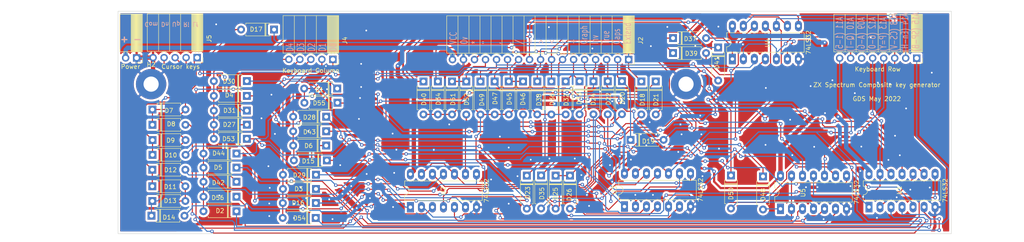
<source format=kicad_pcb>
(kicad_pcb (version 20211014) (generator pcbnew)
  (title_block (title "Spectrum composite key generator board") (date "2022-05-30") (rev "2") (company "Graham Salkin"))
  (layers (0 "F.Cu" signal) (31 "B.Cu" signal) (34 "B.Paste" user) (35 "F.Paste" user) (36 "B.SilkS" user "B.Silkscreen") (37 "F.SilkS" user "F.Silkscreen") (38 "B.Mask" user) (39 "F.Mask" user) (44 "Edge.Cuts" user))
  (net 0 "")
  (net 1 "Net-(D48-Pad2)")
  (net 2 "Net-(J3-Pad1)")
  (net 3 "Net-(D53-Pad1)")
  (net 4 "Net-(D50-Pad2)")
  (net 5 "Net-(D54-Pad1)")
  (net 6 "GND")
  (net 7 "Net-(D55-Pad1)")
  (net 8 "Net-(D52-Pad2)")
  (net 9 "Net-(J3-Pad4)")
  (net 10 "Net-(D56-Pad1)")
  (net 11 "VCC")
  (net 12 "Net-(D37-Pad2)")
  (net 13 "Net-(J3-Pad7)")
  (net 14 "Net-(D31-Pad1)")
  (net 15 "Net-(D39-Pad2)")
  (net 16 "Net-(D42-Pad1)")
  (net 17 "Net-(D43-Pad1)")
  (net 18 "Net-(D41-Pad2)")
  (net 19 "Net-(D44-Pad1)")
  (net 20 "Net-(D46-Pad2)")
  (net 21 "Net-(J3-Pad3)")
  (net 22 "Net-(D24-Pad2)")
  (net 23 "Net-(D27-Pad1)")
  (net 24 "Net-(D26-Pad2)")
  (net 25 "Net-(D28-Pad1)")
  (net 26 "Net-(D29-Pad1)")
  (net 27 "Net-(D33-Pad2)")
  (net 28 "Net-(D30-Pad1)")
  (net 29 "Net-(D35-Pad2)")
  (net 30 "Net-(D14-Pad2)")
  (net 31 "Net-(D5-Pad1)")
  (net 32 "Net-(D6-Pad1)")
  (net 33 "Net-(D15-Pad1)")
  (net 34 "Net-(D20-Pad2)")
  (net 35 "Net-(D16-Pad1)")
  (net 36 "Net-(D22-Pad2)")
  (net 37 "Net-(D11-Pad2)")
  (net 38 "Net-(D1-Pad1)")
  (net 39 "Net-(D8-Pad2)")
  (net 40 "Net-(D2-Pad1)")
  (net 41 "Net-(D3-Pad1)")
  (net 42 "Net-(D10-Pad2)")
  (net 43 "Net-(D4-Pad1)")
  (net 44 "Net-(D12-Pad2)")
  (net 45 "Net-(D15-Pad2)")
  (net 46 "Net-(D32-Pad1)")
  (net 47 "Net-(D18-Pad2)")
  (net 48 "Net-(D2-Pad2)")
  (net 49 "Net-(D40-Pad1)")
  (net 50 "Net-(D38-Pad1)")
  (net 51 "Net-(D36-Pad1)")
  (net 52 "Net-(D34-Pad1)")
  (net 53 "Net-(D1-Pad2)")
  (net 54 "Net-(D45-Pad1)")
  (net 55 "Net-(D47-Pad1)")
  (net 56 "Net-(D49-Pad1)")
  (net 57 "Net-(D51-Pad1)")
  (net 58 "Net-(D27-Pad2)")
  (net 59 "Net-(D16-Pad2)")
  (net 60 "Net-(D13-Pad1)")
  (net 61 "Net-(D7-Pad1)")
  (net 62 "Net-(D10-Pad1)")
  (net 63 "Net-(D11-Pad1)")
  (net 64 "Net-(D17-Pad1)")
  (net 65 "Net-(D25-Pad1)")
  (net 66 "Net-(D23-Pad1)")
  (net 67 "Net-(D21-Pad1)")
  (net 68 "Net-(D19-Pad1)")
  (net 70 "Net-(J3-Pad2)")
  (net 71 "Net-(J3-Pad5)")
  (net 72 "Net-(J3-Pad8)")
  (net 73 "Net-(J2-Pad15)")
  (footprint "Package_DIP:DIP-14_W7.62mm_LongPads" (layer "F.Cu") (at 199.425 99.975 90)
    (fp_text reference "U4")
    (fp_text value "74LS32")
  )
  (footprint "Diode_THT:D_A-405_P7.62mm_Horizontal" (layer "F.Cu") (at 105.7308 113.2876 180)
    (fp_text reference "D28")
    (fp_text value "D" hide)
  )
  (footprint "Diode_THT:D_A-405_P7.62mm_Horizontal" (layer "F.Cu") (at 144.5928 105.1342 -90)
    (fp_text reference "D47")
    (fp_text value "D" hide)
  )
  (footprint "Diode_THT:D_A-405_P7.62mm_Horizontal" (layer "F.Cu") (at 170.6786 105.1088 -90)
    (fp_text reference "D22")
    (fp_text value "D" hide)
  )
  (footprint "Diode_THT:D_A-405_P7.62mm_Horizontal" (layer "F.Cu") (at 108.2708 106.7852 180)
    (fp_text reference "D1")
    (fp_text value "D" hide)
  )
  (footprint "Diode_THT:D_A-405_P7.62mm_Horizontal" (layer "F.Cu") (at 85.0362 121.785 180)
    (fp_text reference "D44")
    (fp_text value "D" hide)
  )
  (footprint "Diode_THT:D_A-405_P7.62mm_Horizontal" (layer "F.Cu") (at 65.615 125.515)
    (fp_text reference "D12")
    (fp_text value "D" hide)
  )
  (footprint "Diode_THT:D_A-405_P7.62mm_Horizontal" (layer "F.Cu") (at 158.6644 126.8766 -90)
    (fp_text reference "D25")
    (fp_text value "D" hide)
  )
  (footprint "Diode_THT:D_A-405_P7.62mm_Horizontal" (layer "F.Cu") (at 196.15 97.315 -90)
    (fp_text reference "D41")
    (fp_text value "D" hide)
  )
  (footprint "Diode_THT:D_A-405_P7.62mm_Horizontal" (layer "F.Cu") (at 138.0396 105.1596 -90)
    (fp_text reference "D52")
    (fp_text value "D" hide)
  )
  (footprint "Diode_THT:D_A-405_P7.62mm_Horizontal" (layer "F.Cu") (at 105.7308 119.9424 180)
    (fp_text reference "D6")
    (fp_text value "D" hide)
  )
  (footprint "Diode_THT:D_A-405_P7.62mm_Horizontal" (layer "F.Cu") (at 65.64 115.15)
    (fp_text reference "D8")
    (fp_text value "D" hide)
  )
  (footprint "Diode_THT:D_A-405_P7.62mm_Horizontal" (layer "F.Cu") (at 87.4238 111.879 180)
    (fp_text reference "D31")
    (fp_text value "D" hide)
  )
  (footprint "Diode_THT:D_A-405_P7.62mm_Horizontal" (layer "F.Cu") (at 103.3432 133.2012 180)
    (fp_text reference "D16")
    (fp_text value "D" hide)
  )
  (footprint "Diode_THT:D_A-405_P7.62mm_Horizontal" (layer "F.Cu") (at 151.146 105.1342 -90)
    (fp_text reference "D46")
    (fp_text value "D" hide)
  )
  (footprint "MountingHole:MountingHole_3.5mm_Pad" (layer "F.Cu") (at 65.338 105.7692)
    (fp_text reference "H2")
    (fp_text value "MountingHole_Pad" hide)
  )
  (footprint "Diode_THT:D_A-405_P7.62mm_Horizontal" (layer "F.Cu") (at 108.3216 110.0618 180)
    (fp_text reference "D55")
    (fp_text value "D" hide)
  )
  (footprint "Diode_THT:D_A-405_P7.62mm_Horizontal" (layer "F.Cu") (at 87.4238 105.0718 180)
    (fp_text reference "D30")
    (fp_text value "D" hide)
  )
  (footprint "Diode_THT:D_A-405_P7.62mm_Horizontal" (layer "F.Cu") (at 173.9552 105.0834 -90)
    (fp_text reference "D20")
    (fp_text value "D" hide)
  )
  (footprint "Diode_THT:D_A-405_P7.62mm_Horizontal" (layer "F.Cu") (at 178.4256 105.1342 -90)
    (fp_text reference "D18")
    (fp_text value "D" hide)
  )
  (footprint "Diode_THT:D_A-405_P7.62mm_Horizontal" (layer "F.Cu") (at 105.8832 123.346 180)
    (fp_text reference "D15")
    (fp_text value "D" hide)
  )
  (footprint "Diode_THT:D_A-405_P7.62mm_Horizontal" (layer "F.Cu") (at 105.7308 116.6404 180)
    (fp_text reference "D43")
    (fp_text value "D" hide)
  )
  (footprint "Connector_PinSocket_2.54mm:PinSocket_1x05_P2.54mm_Horizontal" (layer "F.Cu") (at 75.95 99.65 -90)
    (fp_text reference "J5")
    (fp_text value "Cursor keys")
  )
  (footprint "Diode_THT:D_A-405_P7.62mm_Horizontal" (layer "F.Cu") (at 155.3116 126.8258 -90)
    (fp_text reference "D35")
    (fp_text value "D" hide)
  )
  (footprint "Diode_THT:D_A-405_P7.62mm_Horizontal" (layer "F.Cu") (at 85.0362 131.7418 180)
    (fp_text reference "D56")
    (fp_text value "D" hide)
  )
  (footprint "Diode_THT:D_A-405_P7.62mm_Horizontal" (layer "F.Cu") (at 85.0362 125.0362 180)
    (fp_text reference "D5")
    (fp_text value "D" hide)
  )
  (footprint "Diode_THT:D_A-405_P7.62mm_Horizontal" (layer "F.Cu") (at 160.9758 105.1342 -90)
    (fp_text reference "D32")
    (fp_text value "D" hide)
  )
  (footprint "Connector_PinSocket_2.54mm:PinSocket_1x02_P2.54mm_Horizontal" (layer "F.Cu") (at 62 99.725 -90)
    (fp_text reference "J1" hide)
    (fp_text value "Power")
  )
  (footprint "Diode_THT:D_A-405_P7.62mm_Horizontal" (layer "F.Cu") (at 65.665 118.675)
    (fp_text reference "D9")
    (fp_text value "D" hide)
  )
  (footprint "Diode_THT:D_A-405_P7.62mm_Horizontal" (layer "F.Cu") (at 134.763 105.1342 -90)
    (fp_text reference "D51")
    (fp_text value "D" hide)
  )
  (footprint "Diode_THT:D_A-405_P7.62mm_Horizontal" (layer "F.Cu") (at 175.9364 118.6216)
    (fp_text reference "D19")
    (fp_text value "D" hide)
  )
  (footprint "Diode_THT:D_A-405_P7.62mm_Horizontal" (layer "F.Cu") (at 103.3686 126.6734 180)
    (fp_text reference "D29")
    (fp_text value "D" hide)
  )
  (footprint "Diode_THT:D_A-405_P7.62mm_Horizontal" (layer "F.Cu") (at 185.7408 98.6064)
    (fp_text reference "D39")
    (fp_text value "D" hide)
  )
  (footprint "Diode_THT:D_A-405_P7.62mm_Horizontal" (layer "F.Cu") (at 128.159 105.1342 -90)
    (fp_text reference "D40")
    (fp_text value "D" hide)
  )
  (footprint "Connector_PinSocket_2.54mm:PinSocket_1x17_P2.54mm_Horizontal" (layer "F.Cu") (at 175.5 100.1 -90)
    (fp_text reference "J2")
    (fp_text value "ext_keys")
  )
  (footprint "Diode_THT:D_A-405_P7.62mm_Horizontal" (layer "F.Cu") (at 147.844 105.1342 -90)
    (fp_text reference "D45")
    (fp_text value "D" hide)
  )
  (footprint "Connector_PinSocket_2.54mm:PinSocket_1x05_P2.54mm_Horizontal" (layer "F.Cu") (at 107.2748 100.06 -90)
    (fp_text reference "J4")
    (fp_text value "Keyboard Column")
  )
  (footprint "Diode_THT:D_A-405_P7.62mm_Horizontal" (layer "F.Cu") (at 65.6392 111.6214)
    (fp_text reference "D7")
    (fp_text value "D" hide)
  )
  (footprint "Diode_THT:D_A-405_P7.62mm_Horizontal" (layer "F.Cu") (at 157.6738 105.1342 -90)
    (fp_text reference "D36")
    (fp_text value "D" hide)
  )
  (footprint "Diode_THT:D_A-405_P7.62mm_Horizontal" (layer "F.Cu") (at 87.4238 115.1302 180)
    (fp_text reference "D27")
    (fp_text value "D" hide)
  )
  (footprint "Diode_THT:D_A-405_P7.62mm_Horizontal" (layer "F.Cu") (at 93.71 93.175 180)
    (fp_text reference "D17")
    (fp_text value "D" hide)
  )
  (footprint "Diode_THT:D_A-405_P7.62mm_Horizontal" (layer "F.Cu") (at 154.4226 105.1342 -90)
    (fp_text reference "D38")
    (fp_text value "D" hide)
  )
  (footprint "Diode_THT:D_A-405_P7.62mm_Horizontal" (layer "F.Cu") (at 65.415 136.125)
    (fp_text reference "D14")
    (fp_text value "D" hide)
  )
  (footprint "Diode_THT:D_A-405_P7.62mm_Horizontal" (layer "F.Cu") (at 185.7408 95.152)
    (fp_text reference "D37")
    (fp_text value "D" hide)
  )
  (footprint "Diode_THT:D_A-405_P7.62mm_Horizontal" (layer "F.Cu") (at 152.0096 126.8766 -90)
    (fp_text reference "D23")
    (fp_text value "D" hide)
  )
  (footprint "Diode_THT:D_A-405_P7.62mm_Horizontal" (layer "F.Cu") (at 85.0362 135.0946 180)
    (fp_text reference "D2")
    (fp_text value "D" hide)
  )
  (footprint "Connector_PinSocket_2.54mm:PinSocket_1x08_P2.54mm_Horizontal" (layer "F.Cu") (at 241.95 99.775 -90)
    (fp_text reference "J3" hide)
    (fp_text value "Keyboard Row")
  )
  (footprint "Diode_THT:D_A-405_P7.62mm_Horizontal" (layer "F.Cu") (at 181.753 105.1342 -90)
    (fp_text reference "D21")
    (fp_text value "D" hide)
  )
  (footprint "Package_DIP:DIP-14_W7.62mm_LongPads" (layer "F.Cu") (at 230.95 134.125 90)
    (fp_text reference "U1")
    (fp_text value "74LS32")
  )
  (footprint "Diode_THT:D_A-405_P7.62mm_Horizontal" (layer "F.Cu") (at 65.615 129.325)
    (fp_text reference "D11")
    (fp_text value "D" hide)
  )
  (footprint "Diode_THT:D_A-405_P7.62mm_Horizontal" (layer "F.Cu") (at 206.4926 127.0544 -90)
    (fp_text reference "D48")
    (fp_text value "D" hide)
  )
  (footprint "Diode_THT:D_A-405_P7.62mm_Horizontal" (layer "F.Cu") (at 103.3178 136.6302 180)
    (fp_text reference "D54")
    (fp_text value "D" hide)
  )
  (footprint "Diode_THT:D_A-405_P7.62mm_Horizontal" (layer "F.Cu") (at 103.3686 129.95 180)
    (fp_text reference "D3")
    (fp_text value "D" hide)
  )
  (footprint "Diode_THT:D_A-405_P7.62mm_Horizontal" (layer "F.Cu") (at 167.3766 105.1088 -90)
    (fp_text reference "D24")
    (fp_text value "D" hide)
  )
  (footprint "Diode_THT:D_A-405_P7.62mm_Horizontal" (layer "F.Cu") (at 65.6182 132.7214)
    (fp_text reference "D13")
    (fp_text value "D" hide)
  )
  (footprint "Package_DIP:DIP-14_W7.62mm_LongPads" (layer "F.Cu") (at 174.5344 134.0036 90)
    (fp_text reference "U3")
    (fp_text value "74LS32")
  )
  (footprint "Diode_THT:D_A-405_P7.62mm_Horizontal" (layer "F.Cu") (at 199.1012 126.8258 -90)
    (fp_text reference "D50")
    (fp_text value "D" hide)
  )
  (footprint "MountingHole:MountingHole_3.5mm_Pad" (layer "F.Cu") (at 188.738 105.7692)
    (fp_text reference "H1" hide)
    (fp_text value "MountingHole_Pad" hide)
  )
  (footprint "Diode_THT:D_A-405_P7.62mm_Horizontal" (layer "F.Cu") (at 141.3162 105.1596 -90)
    (fp_text reference "D49")
    (fp_text value "D" hide)
  )
  (footprint "Diode_THT:D_A-405_P7.62mm_Horizontal" (layer "F.Cu") (at 87.4238 118.3814 180)
    (fp_text reference "D53")
    (fp_text value "D" hide)
  )
  (footprint "Diode_THT:D_A-405_P7.62mm_Horizontal" (layer "F.Cu") (at 87.4238 108.4754 180)
    (fp_text reference "D4")
    (fp_text value "D" hide)
  )
  (footprint "Package_DIP:DIP-14_W7.62mm_LongPads" (layer "F.Cu") (at 125.1568 134.156 90)
    (fp_text reference "U2")
    (fp_text value "74LS32")
  )
  (footprint "Diode_THT:D_A-405_P7.62mm_Horizontal" (layer "F.Cu") (at 65.665 122.0786)
    (fp_text reference "D10")
    (fp_text value "D" hide)
  )
  (footprint "Diode_THT:D_A-405_P7.62mm_Horizontal" (layer "F.Cu") (at 85.0362 128.2874 180)
    (fp_text reference "D42")
    (fp_text value "D" hide)
  )
  (footprint "Diode_THT:D_A-405_P7.62mm_Horizontal" (layer "F.Cu") (at 161.9664 126.8766 -90)
    (fp_text reference "D26")
    (fp_text value "D" hide)
  )
  (footprint "Diode_THT:D_A-405_P7.62mm_Horizontal" (layer "F.Cu") (at 164.1762 105.1088 -90)
    (fp_text reference "D33")
    (fp_text value "D" hide)
  )
  (footprint "Package_DIP:DIP-14_W7.62mm_LongPads" (layer "F.Cu") (at 210.5262 134.537 90)
    (fp_text reference "U5")
    (fp_text value "74LS32")
  )
  (footprint "Diode_THT:D_A-405_P7.62mm_Horizontal" (layer "F.Cu") (at 131.4864 105.1342 -90)
    (fp_text reference "D34")
    (fp_text value "D" hide)
  )
  (gr_rect (start 57.708 88.938) (end 249.948 140.2588) (layer "Edge.Cuts") (width 0.1) (fill none))
  (gr_text "A11 (1-5)\nA10 (Q-T)\nA09 (A-G)\nA12 (6-0)\nA13 (P=Y)\nA08 (CS-V)\nA14 (En-H)\nA15 (SP-B)" (at 232.925 98.375 90) (layer "B.SilkS") (effects (font (size 1.56 1)) (justify right mirror)))
  (gr_text "Com Dn Up Ri Lf" (at 70.025 91.95 180) (layer "B.SilkS") (effects (font (size 1 0.95)) (justify mirror)))
  (gr_text "VCC\n0v\n*\n{dblquote}\n,\n.\n/\n=\n>\n<\n-\n+\nGraph\nInv\nTrue\nCaps\nExtend" (at 155.15 96.65 90) (layer "B.SilkS") (effects (font (size 1.56 1)) (justify left)))
  (gr_text "+ -" (at 60.675 95.6 180) (layer "B.SilkS") (effects (font (size 1.5 1.5) (thickness 0.3)) (justify mirror)))
  (gr_text "D4\nD3\nD2\nD1\nD0" (at 102.362 97.282 90) (layer "B.SilkS") (effects (font (size 1.55 1))))
  (gr_text "ZX Spectrum Composite key generator\n\nGDS May 2022" (at 232.75 107.55) (layer "F.SilkS") (effects (font (size 1 1))))
  (segment (start 206.63 134.537) (end 206.4926 134.6744) (width 0.25) (layer "B.Cu") (net 1))
  (segment (start 210.5262 134.537) (end 206.63 134.537) (width 0.25) (layer "B.Cu") (net 1))
  (segment (start 213.0127 137.3591) (end 213.0662 137.3056) (width 0.25) (layer "F.Cu") (net 2))
  (segment (start 213.0127 137.3591) (end 136.2031 137.3591) (width 0.25) (layer "F.Cu") (net 2))
  (segment (start 219.0792 136.144) (end 220.6862 134.537) (width 0.25) (layer "F.Cu") (net 2))
  (segment (start 215.7009 137.3591) (end 216.916 136.144) (width 0.25) (layer "F.Cu") (net 2))
  (segment (start 135.3168 136.4728) (end 135.3168 134.156) (width 0.25) (layer "F.Cu") (net 2))
  (segment (start 213.0662 134.537) (end 213.0662 126.917) (width 0.25) (layer "F.Cu") (net 2))
  (segment (start 213.0127 137.3591) (end 215.7009 137.3591) (width 0.25) (layer "F.Cu") (net 2))
  (segment (start 216.916 136.144) (end 219.0792 136.144) (width 0.25) (layer "F.Cu") (net 2))
  (segment (start 213.0662 137.3056) (end 213.0662 134.537) (width 0.25) (layer "F.Cu") (net 2))
  (segment (start 136.2031 137.3591) (end 135.3168 136.4728) (width 0.25) (layer "F.Cu") (net 2))
  (via (at 215.646 137.25958) (size 0.8) (drill 0.4) (layers "F.Cu" "B.Cu") (net 2))
  (segment (start 249.25 136.8278) (end 248.1014 137.9764) (width 0.25) (layer "B.Cu") (net 2))
  (segment (start 241.95 99.775) (end 241.95 117.85) (width 0.25) (layer "B.Cu") (net 2))
  (segment (start 216.36282 137.9764) (end 248.1014 137.9764) (width 0.25) (layer "B.Cu") (net 2))
  (segment (start 215.646 137.25958) (end 216.36282 137.9764) (width 0.25) (layer "B.Cu") (net 2))
  (segment (start 249.25 125.15) (end 249.25 136.8278) (width 0.25) (layer "B.Cu") (net 2))
  (segment (start 241.95 117.85) (end 249.25 125.15) (width 0.25) (layer "B.Cu") (net 2))
  (segment (start 214.4936 135.2496) (end 214.4936 136.554) (width 0.25) (layer "F.Cu") (net 3))
  (segment (start 109.335389 129.0864) (end 107.9406 129.0864) (width 0.25) (layer "F.Cu") (net 3))
  (segment (start 87.4238 118.3814) (end 89.4814 118.3814) (width 0.25) (layer "F.Cu") (net 3))
  (segment (start 115.205 134.956011) (end 109.335389 129.0864) (width 0.25) (layer "F.Cu") (net 3))
  (segment (start 89.4814 118.3814) (end 90.95 119.85) (width 0.25) (layer "F.Cu") (net 3))
  (segment (start 215.6062 134.537) (end 215.2062 134.537) (width 0.25) (layer "F.Cu") (net 3))
  (segment (start 215.2062 134.537) (end 214.4936 135.2496) (width 0.25) (layer "F.Cu") (net 3))
  (via (at 214.4936 136.554) (size 0.8) (drill 0.4) (layers "F.Cu" "B.Cu") (net 3))
  (via (at 115.205 134.956011) (size 0.8) (drill 0.4) (layers "F.Cu" "B.Cu") (net 3))
  (via (at 107.9406 129.0864) (size 0.8) (drill 0.4) (layers "F.Cu" "B.Cu") (net 3))
  (via (at 90.95 119.85) (size 0.8) (drill 0.4) (layers "F.Cu" "B.Cu") (net 3))
  (segment (start 213.2998 137.7478) (end 116.348 137.7478) (width 0.25) (layer "B.Cu") (net 3))
  (segment (start 214.4936 136.554) (end 213.2998 137.7478) (width 0.25) (layer "B.Cu") (net 3))
  (segment (start 106.823 127.9688) (end 100.9556 127.9688) (width 0.25) (layer "B.Cu") (net 3))
  (segment (start 92.8368 119.85) (end 92.9184 119.9316) (width 0.25) (layer "B.Cu") (net 3))
  (segment (start 90.95 119.85) (end 92.8368 119.85) (width 0.25) (layer "B.Cu") (net 3))
  (segment (start 95.2406 122.2538) (end 92.9184 119.9316) (width 0.25) (layer "B.Cu") (net 3))
  (segment (start 100.9556 127.9688) (end 95.2406 122.2538) (width 0.25) (layer "B.Cu") (net 3))
  (segment (start 115.205 136.6048) (end 115.205 134.956011) (width 0.25) (layer "B.Cu") (net 3))
  (segment (start 107.9406 129.0864) (end 106.823 127.9688) (width 0.25) (layer "B.Cu") (net 3))
  (segment (start 116.348 137.7478) (end 115.205 136.6048) (width 0.25) (layer "B.Cu") (net 3))
  (segment (start 218.1462 133.88556) (end 218.1462 134.537) (width 0.25) (layer "B.Cu") (net 4))
  (segment (start 200.53452 133.01248) (end 217.27312 133.01248) (width 0.25) (layer "B.Cu") (net 4))
  (segment (start 217.27312 133.01248) (end 218.1462 133.88556) (width 0.25) (layer "B.Cu") (net 4))
  (segment (start 199.1012 134.4458) (end 200.53452 133.01248) (width 0.25) (layer "B.Cu") (net 4))
  (segment (start 223.2262 134.537) (end 223.2262 135.594517) (width 0.25) (layer "F.Cu") (net 5))
  (segment (start 220.836637 137.98408) (end 115.33968 137.98408) (width 0.25) (layer "F.Cu") (net 5))
  (segment (start 223.2262 135.594517) (end 220.836637 137.98408) (width 0.25) (layer "F.Cu") (net 5))
  (segment (start 115.33968 137.98408) (end 113.808 136.4524) (width 0.25) (layer "F.Cu") (net 5))
  (via (at 113.808 136.4524) (size 0.8) (drill 0.4) (layers "F.Cu" "B.Cu") (net 5))
  (segment (start 104.90028 138.21268) (end 103.3178 136.6302) (width 0.25) (layer "B.Cu") (net 5))
  (segment (start 112.04772 138.21268) (end 104.90028 138.21268) (width 0.25) (layer "B.Cu") (net 5))
  (segment (start 113.808 136.4524) (end 112.04772 138.21268) (width 0.25) (layer "B.Cu") (net 5))
  (segment (start 226.788 134.537) (end 225.7662 134.537) (width 0.25) (layer "F.Cu") (net 6))
  (segment (start 65.79 99.65) (end 65.79 105.3172) (width 1) (layer "F.Cu") (net 6))
  (segment (start 188.738 105.7692) (end 194.1736 111.2048) (width 0.25) (layer "F.Cu") (net 6))
  (segment (start 229.587299 131.737701) (end 226.788 134.537) (width 0.25) (layer "F.Cu") (net 6))
  (segment (start 65.79 105.3172) (end 65.338 105.7692) (width 1) (layer "F.Cu") (net 6))
  (segment (start 65.79 99.65) (end 62.075 99.65) (width 1) (layer "F.Cu") (net 6))
  (segment (start 191.7352 132.3376) (end 191.4404 132.3376) (width 0.25) (layer "F.Cu") (net 6))
  (segment (start 62.075 99.65) (end 62 99.725) (width 1) (layer "F.Cu") (net 6))
  (segment (start 191.9442 105.7692) (end 195.8 109.625) (width 0.25) (layer "F.Cu") (net 6))
  (segment (start 194.1736 111.2048) (end 194.1736 129.8992) (width 0.25) (layer "F.Cu") (net 6))
  (segment (start 188.738 105.7692) (end 191.9442 105.7692) (width 0.25) (layer "F.Cu") (net 6))
  (segment (start 194.1736 129.8992) (end 191.7352 132.3376) (width 0.25) (layer "F.Cu") (net 6))
  (via (at 192.532 127) (size 0.8) (drill 0.4) (layers "F.Cu" "B.Cu") (net 6))
  (via (at 90.8 113.65) (size 0.8) (drill 0.4) (layers "F.Cu" "B.Cu") (net 6))
  (via (at 191.4404 132.3376) (size 0.8) (drill 0.4) (layers "F.Cu" "B.Cu") (net 6))
  (via (at 101.092 132.08) (size 0.8) (drill 0.4) (layers "F.Cu" "B.Cu") (net 6))
  (via (at 93.1 108.2) (size 0.8) (drill 0.4) (layers "F.Cu" "B.Cu") (net 6))
  (via (at 92.4 124.7) (size 0.8) (drill 0.4) (layers "F.Cu" "B.Cu") (net 6))
  (via (at 196.075 99.675) (size 0.8) (drill 0.4) (layers "F.Cu" "B.Cu") (net 6))
  (via (at 115.824 132.08) (size 0.8) (drill 0.4) (layers "F.Cu" "B.Cu") (net 6))
  (via (at 196.2 92.5) (size 0.8) (drill 0.4) (layers "F.Cu" "B.Cu") (net 6))
  (via (at 192.024 113.03) (size 0.8) (drill 0.4) (layers "F.Cu" "B.Cu") (net 6))
  (via (at 164.592 126.746) (size 0.8) (drill 0.4) (layers "F.Cu" "B.Cu") (net 6))
  (via (at 174.498 110.236) (size 0.8) (drill 0.4) (layers "F.Cu" "B.Cu") (net 6))
  (via (at 239.5 111.375) (size 0.8) (drill 0.4) (layers "F.Cu" "B.Cu") (net 6))
  (via (at 190.875 96.925) (size 0.8) (drill 0.4) (layers "F.Cu" "B.Cu") (net 6))
  (via (at 106.426 132.334) (size 0.8) (drill 0.4) (layers "F.Cu" "B.Cu") (net 6))
  (via (at 149.86 127) (size 0.8) (drill 0.4) (layers "F.Cu" "B.Cu") (net 6))
  (via (at 217.475 106.225) (size 0.8) (drill 0.4) (layers "F.Cu" "B.Cu") (net 6))
  (via (at 240.475 130.1) (size 0.8) (drill 0.4) (layers "F.Cu" "B.Cu") (net 6))
  (via (at 147.828 133.35) (size 0.8) (drill 0.4) (layers "F.Cu" "B.Cu") (net 6))
  (via (at 196.342 120.65) (size 0.8) (drill 0.4) (layers "F.Cu" "B.Cu") (net 6))
  (via (at 166.37 133.858) (size 0.8) (drill 0.4) (layers "F.Cu" "B.Cu") (net 6))
  (via (at 173.482 122.428) (size 0.8) (drill 0.4) (layers "F.Cu" "B.Cu") (net 6))
  (via (at 229.175 120.175) (size 0.8) (drill 0.4) (layers "F.Cu" "B.Cu") (net 6))
  (via (at 134.112 115.062) (size 0.8) (drill 0.4) (layers "F.Cu" "B.Cu") (net 6))
  (via (at 180.34 114.554) (size 0.8) (drill 0.4) (layers "F.Cu" "B.Cu") (net 6))
  (via (at 201.85 96.6) (size 0.8) (drill 0.4) (layers "F.Cu" "B.Cu") (net 6))
  (via (at 105.918 106.934) (size 0.8) (drill 0.4) (layers "F.Cu" "B.Cu") (net 6))
  (via (at 178.308 117.348) (size 0.8) (drill 0.4) (layers "F.Cu" "B.Cu") (net 6))
  (via (at 245.425 103.125) (size 0.8) (drill 0.4) (layers "F.Cu" "B.Cu") (net 6))
  (via (at 157.1 92.625) (size 0.8) (drill 0.4) (layers "F.Cu" "B.Cu") (net 6))
  (via (at 232.775 136.6) (size 0.8) (drill 0.4) (layers "F.Cu" "B.Cu") (net 6))
  (via (at 187.706 117.348) (size 0.8) (drill 0.4) (layers "F.Cu" "B.Cu") (net 6))
  (via (at 177.038 131.318) (size 0.8) (drill 0.4) (layers "F.Cu" "B.Cu") (net 6))
  (via (at 181.864 117.348) (size 0.8) (drill 0.4) (layers "F.Cu" "B.Cu") (net 6))
  (via (at 180.625 97) (size 0.8) (drill 0.4) (layers "F.Cu" "B.Cu") (net 6))
  (via (at 80.35 91.975) (size 0.8) (drill 0.4) (layers "F.Cu" "B.Cu") (net 6))
  (via (at 113.792 106.426) (size 0.8) (drill 0.4) (layers "F.Cu" "B.Cu") (net 6))
  (via (at 227.675 107.85) (size 0.8) (drill 0.4) (layers "F.Cu" "B.Cu") (net 6))
  (via (at 207.15 106.65) (size 0.8) (drill 0.4) (layers "F.Cu" "B.Cu") (net 6))
  (via (at 92.6 136.2) (size 0.8) (drill 0.4) (layers "F.Cu" "B.Cu") (net 6))
  (via (at 176.022 123.19) (size 0.8) (drill 0.4) (layers "F.Cu" "B.Cu") (net 6))
  (via (at 154.432 108.712) (size 0.8) (drill 0.4) (layers "F.Cu" "B.Cu") (net 6))
  (via (at 99.822 129.54) (size 0.8) (drill 0.4) (layers "F.Cu" "B.Cu") (net 6))
  (via (at 229.587299 131.737701) (size 0.8) (drill 0.4) (layers "F.Cu" "B.Cu") (net 6))
  (via (at 244.95 129.625) (size 0.8) (drill 0.4) (layers "F.Cu" "B.Cu") (net 6))
  (via (at 192.278 117.348) (size 0.8) (drill 0.4) (layers "F.Cu" "B.Cu") (net 6))
  (via (at 187.452 115.062) (size 0.8) (drill 0.4) (layers "F.Cu" "B.Cu") (net 6))
  (via (at 98.298 133.35) (size 0.8) (drill 0.4) (layers "F.Cu" "B.Cu") (net 6))
  (via (at 222.5 104.875) (size 0.8) (drill 0.4) (layers "F.Cu" "B.Cu") (net 6))
  (via (at 147.828 120.396) (size 0.8) (drill 0.4) (layers "F.Cu" "B.Cu") (net 6))
  (via (at 236.95 117.675) (size 0.8) (drill 0.4) (layers "F.Cu" "B.Cu") (net 6))
  (via (at 121.412 126.238) (size 0.8) (drill 0.4) (layers "F.Cu" "B.Cu") (net 6))
  (via (at 130.55 120.925) (size 0.8) (drill 0.4) (layers "F.Cu" "B.Cu") (net 6))
  (via (at 81.1 131.45) (size 0.8) (drill 0.4) (layers "F.Cu" "B.Cu") (net 6))
  (via (at 112.776 134.366) (size 0.8) (drill 0.4) (layers "F.Cu" "B.Cu") (net 6))
  (via (at 181.102 131.318) (size 0.8) (drill 0.4) (layers "F.Cu" "B.Cu") (net 6))
  (via (at 228.95 125.8) (size 0.8) (drill 0.4) (layers "F.Cu" "B.Cu") (net 6))
  (via (at 174.752 107.188) (size 0.8) (drill 0.4) (layers "F.Cu" "B.Cu") (net 6))
  (via (at 226.675 129.3) (size 0.8) (drill 0.4) (layers "F.Cu" "B.Cu") (net 6))
  (via (at 163.068 122.936) (size 0.8) (drill 0.4) (layers "F.Cu" "B.Cu") (net 6))
  (via (at 220.8 112.45) (size 0.8) (drill 0.4) (layers "F.Cu" "B.Cu") (net 6))
  (via (at 186.944 121.412) (size 0.8) (drill 0.4) (layers "F.Cu" "B.Cu") (net 6))
  (via (at 115.062 126.492) (size 0.8) (drill 0.4) (layers "F.Cu" "B.Cu") (net 6))
  (via (at 235.425 123.25) (size 0.8) (drill 0.4) (layers "F.Cu" "B.Cu") (net 6))
  (via (at 121.05 117.175) (size 0.8) (drill 0.4) (layers "F.Cu" "B.Cu") (net 6))
  (via (at 228.75 129.25) (size 0.8) (drill 0.4) (layers "F.Cu" "B.Cu") (net 6))
  (via (at 107.188 136.906) (size 0.8) (drill 0.4) (layers "F.Cu" "B.Cu") (net 6))
  (via (at 121.92 120.904) (size 0.8) (drill 0.4) (layers "F.Cu" "B.Cu") (net 6))
  (via (at 212.75 113.975) (size 0.8) (drill 0.4) (layers "F.Cu" "B.Cu") (net 6))
  (via (at 109.474 131.064) (size 0.8) (drill 0.4) (layers "F.Cu" "B.Cu") (net 6))
  (via (at 108.966 124.46) (size 0.8) (drill 0.4) (layers "F.Cu" "B.Cu") (net 6))
  (via (at 113.284 113.792) (size 0.8) (drill 0.4) (layers "F.Cu" "B.Cu") (net 6))
  (via (at 171.704 109.728) (size 0.8) (drill 0.4) (layers "F.Cu" "B.Cu") (net 6))
  (via (at 98.298 136.652) (size 0.8) (drill 0.4) (layers "F.Cu" "B.Cu") (net 6))
  (via (at 168.91 107.442) (size 0.8) (drill 0.4) (layers "F.Cu" "B.Cu") (net 6))
  (via (at 165.862 131.318) (size 0.8) (drill 0.4) (layers "F.Cu" "B.Cu") (net 6))
  (via (at 231.325 95) (size 0.8) (drill 0.4) (layers "F.Cu" "B.Cu") (net 6))
  (via (at 179.578 119.888) (size 0.8) (drill 0.4) (layers "F.Cu" "B.Cu") (net 6))
  (via (at 184.425 92.575) (size 0.8) (drill 0.4) (layers "F.Cu" "B.Cu") (net 6))
  (via (at 121.158 134.112) (size 0.8) (drill 0.4) (layers "F.Cu" "B.Cu") (net 6))
  (via (at 92.6 133.3) (size 0.8) (drill 0.4) (layers "F.Cu" "B.Cu") (net 6))
  (via (at 105.664 101.6) (size 0.8) (drill 0.4) (layers "F.Cu" "B.Cu") (net 6))
  (via (at 162.56 111.506) (size 0.8) (drill 0.4) (layers "F.Cu" "B.Cu") (net 6))
  (via (at 195.8 109.625) (size 0.8) (drill 0.4) (layers "F.Cu" "B.Cu") (net 6))
  (via (at 113.538 108.966) (size 0.8) (drill 0.4) (layers "F.Cu" "B.Cu") (net 6))
  (via (at 235.775 105.725) (size 0.8) (drill 0.4) (layers "F.Cu" "B.Cu") (net 6))
  (via (at 113.792 101.092) (size 0.8) (drill 0.4) (layers "F.Cu" "B.Cu") (net 6))
  (via (at 111.506 129.286) (size 0.8) (drill 0.4) (layers "F.Cu" "B.Cu") (net 6))
  (via (at 207.075 119.775) (size 0.8) (drill 0.4) (layers "F.Cu" "B.Cu") (net 6))
  (via (at 237.325 131.875) (size 0.8) (drill 0.4) (layers "F.Cu" "B.Cu") (net 6))
  (via (at 143.764 127.762) (size 0.8) (drill 0.4) (layers "F.Cu" "B.Cu") (net 6))
  (via (at 219.05 129.525) (size 0.8) (drill 0.4) (layers "F.Cu" "B.Cu") (net 6))
  (via (at 157.226 122.936) (size 0.8) (drill 0.4) (layers "F.Cu" "B.Cu") (net 6))
  (via (at 114.975 93.4) (size 0.8) (drill 0.4) (layers "F.Cu" "B.Cu") (net 6))
  (via (at 145.796 117.856) (size 0.8) (drill 0.4) (layers "F.Cu" "B.Cu") (net 6))
  (via (at 218.3 120.225) (size 0.8) (drill 0.4) (layers "F.Cu" "B.Cu") (net 6))
  (via (at 224.275 117.875) (size 0.8) (drill 0.4) (layers "F.Cu" "B.Cu") (net 6))
  (via (at 92.7 129.7) (size 0.8) (drill 0.4) (layers "F.Cu" "B.Cu") (net 6))
  (via (at 171.196 124.46) (size 0.8) (drill 0.4) (layers "F.Cu" "B.Cu") (net 6))
  (via (at 171.704 128.27) (size 0.8) (drill 0.4) (layers "F.Cu" "B.Cu") (net 6))
  (via (at 216.408 129.54) (size 0.8) (drill 0.4) (layers "F.Cu" "B.Cu") (net 6))
  (via (at 93.9 117.25) (size 0.8) (drill 0.4) (layers "F.Cu" "B.Cu") (net 6))
  (via (at 220.472 136.906) (size 0.8) (drill 0.4) (layers "F.Cu" "B.Cu") (net 6))
  (via (at 152.908 123.19) (size 0.8) (drill 0.4) (layers "F.Cu" "B.Cu") (net 6))
  (via (at 167.132 97.536) (size 0.8) (drill 0.4) (layers "F.Cu" "B.Cu") (net 6))
  (via (at 213.25 122.15) (size 0.8) (drill 0.4) (layers "F.Cu" "B.Cu") (net 6))
  (via (at 238.05 122.175) (size 0.8) (drill 0.4) (layers "F.Cu" "B.Cu") (net 6))
  (via (at 101.6 116.586) (size 0.8) (drill 0.4) (layers "F.Cu" "B.Cu") (net 6))
  (via (at 233 105.425) (size 0.8) (drill 0.4) (layers "F.Cu" "B.Cu") (net 6))
  (segment (start 148.7838 133.9378) (end 148.5656 134.156) (width 0.25) (layer "B.Cu") (net 6))
  (segment (start 117.7958 137.1636) (end 116.856 136.2238) (width 0.25) (layer "B.Cu") (net 6))
  (segment (start 137.3792 101.4512) (end 136.2616 102.5688) (width 0.25) (layer "B.Cu") (net 6))
  (segment (start 240.49 128.425) (end 230.175 128.425) (width 0.25) (layer "B.Cu") (net 6))
  (segment (start 140.3968 134.156) (end 137.3892 137.1636) (width 0.25) (layer "B.Cu") (net 6))
  (segment (start 137.3792 100.1812) (end 137.3792 101.4512) (width 0.25) (layer "B.Cu") (net 6))
  (segment (start 151.6286 136.7826) (end 148.7838 133.9378) (width 0.25) (layer "B.Cu") (net 6))
  (segment (start 68.5384 102.5688) (end 116.856 102.5688) (width 0.25) (layer "B.Cu") (net 6))
  (segment (start 246.19 134.125) (end 240.49 128.425) (width 0.25) (layer "B.Cu") (net 6))
  (segment (start 223.5668 132.3376) (end 191.4404 132.3376) (width 0.25) (layer "B.Cu") (net 6))
  (segment (start 229.587299 129.012701) (end 229.587299 131.737701) (width 0.25) (layer "B.Cu") (net 6))
  (segment (start 189.7744 134.0036) (end 186.9954 136.7826) (width 0.25) (layer "B.Cu") (net 6))
  (segment (start 209.85 109.625) (end 214.665 104.81) (width 0.25) (layer "B.Cu") (net 6))
  (segment (start 229.7 131.625) (end 229.587299 131.737701) (width 0.25) (layer "B.Cu") (net 6))
  (segment (start 214.665 104.81) (end 214.665 99.975) (width 0.25) (layer "B.Cu") (net 6))
  (segment (start 191.4404 132.3376) (end 189.7744 134.0036) (width 0.25) (layer "B.Cu") (net 6))
  (segment (start 195.8 109.625) (end 209.85 109.625) (width 0.25) (layer "B.Cu") (net 6))
  (segment (start 225.7662 134.537) (end 223.5668 132.3376) (width 0.25) (layer "B.Cu") (net 6))
  (segment (start 65.338 105.7692) (end 68.5384 102.5688) (width 0.25) (layer "B.Cu") (net 6))
  (segment (start 136.2616 102.5688) (end 116.856 102.5688) (width 0.25) (layer "B.Cu") (net 6))
  (segment (start 148.5656 134.156) (end 140.3968 134.156) (width 0.25) (layer "B.Cu") (net 6))
  (segment (start 137.3892 137.1636) (end 117.7958 137.1636) (width 0.25) (layer "B.Cu") (net 6))
  (segment (start 230.175 128.425) (end 229.587299 129.012701) (width 0.25) (layer "B.Cu") (net 6))
  (segment (start 116.856 136.2238) (end 116.856 102.5688) (width 0.25) (layer "B.Cu") (net 6))
  (segment (start 186.9954 136.7826) (end 151.6286 136.7826) (width 0.25) (layer "B.Cu") (net 6))
  (segment (start 158.530889 107.7758) (end 158.645789 107.6609) (width 0.25) (layer "F.Cu") (net 7))
  (segment (start 189.0174 120.5012) (end 192.0654 123.5492) (width 0.25) (layer "F.Cu") (net 7))
  (segment (start 214.376 128.524) (end 214.122 128.778) (width 0.25) (layer "F.Cu") (net 7))
  (segment (start 175.284701 112.038701) (end 175.030701 112.038701) (width 0.25) (layer "F.Cu") (net 7))
  (segment (start 197.0946 123.7403) (end 198.3767 125.0224) (width 0.25) (layer "F.Cu") (net 7))
  (segment (start 161.8902 107.6488) (end 162.8046 108.5632) (width 0.25) (layer "F.Cu") (net 7))
  (segment (start 219.456 128.524) (end 214.376 128.524) (width 0.25) (layer "F.Cu") (net 7))
  (segment (start 225.7662 128.3548) (end 225.7662 126.917) (width 0.25) (layer "F.Cu") (net 7))
  (segment (start 192.0654 123.5492) (end 193.1576 123.5492) (width 0.25) (layer "F.Cu") (net 7))
  (segment (start 220.374 129.442) (end 219.456 128.524) (width 0.25) (layer "F.Cu") (net 7))
  (segment (start 108.3216 110.138) (end 117.8466 110.138) (width 0.25) (layer "F.Cu") (net 7))
  (segment (start 138.8016 107.7758) (end 158.530889 107.7758) (width 0.25) (layer "F.Cu") (net 7))
  (segment (start 175.030701 112.038701) (end 173.228 110.236) (width 0.25) (layer "F.Cu") (net 7))
  (segment (start 176.668701 112.038701) (end 175.284701 112.038701) (width 0.25) (layer "F.Cu") (net 7))
  (segment (start 117.8466 110.138) (end 118.2784 109.7062) (width 0.25) (layer "F.Cu") (net 7))
  (segment (start 224.679 129.442) (end 225.7662 128.3548) (width 0.25) (layer "F.Cu") (net 7))
  (segment (start 197.0946 123.473) (end 197.0946 123.7403) (width 0.25) (layer "F.Cu") (net 7))
  (segment (start 224.679 129.442) (end 220.628 129.442) (width 0.25) (layer "F.Cu") (net 7))
  (segment (start 173.228 110.236) (end 173.228 109.528389) (width 0.25) (layer "F.Cu") (net 7))
  (segment (start 161.2806 107.6488) (end 161.8902 107.6488) (width 0.25) (layer "F.Cu") (net 7))
  (segment (start 220.628 129.442) (end 220.374 129.442) (width 0.25) (layer "F.Cu") (net 7))
  (via (at 158.645789 107.6609) (size 0.8) (drill 0.4) (layers "F.Cu" "B.Cu") (net 7))
  (via (at 214.122 128.778) (size 0.8) (drill 0.4) (layers "F.Cu" "B.Cu") (net 7))
  (via (at 189.0174 120.5012) (size 0.8) (drill 0.4) (layers "F.Cu" "B.Cu") (net 7))
  (via (at 118.2784 109.7062) (size 0.8) (drill 0.4) (layers "F.Cu" "B.Cu") (net 7))
  (via (at 138.8016 107.7758) (size 0.8) (drill 0.4) (layers "F.Cu" "B.Cu") (net 7))
  (via (at 176.668701 112.038701) (size 0.8) (drill 0.4) (layers "F.Cu" "B.Cu") (net 7))
  (via (at 161.2806 107.6488) (size 0.8) (drill 0.4) (layers "F.Cu" "B.Cu") (net 7))
  (via (at 193.1576 123.5492) (size 0.8) (drill 0.4) (layers "F.Cu" "B.Cu") (net 7))
  (via (at 173.228 109.528389) (size 0.8) (drill 0.4) (layers "F.Cu" "B.Cu") (net 7))
  (via (at 162.8046 108.5632) (size 0.8) (drill 0.4) (layers "F.Cu" "B.Cu") (net 7))
  (via (at 197.0946 123.473) (size 0.8) (drill 0.4) (layers "F.Cu" "B.Cu") (net 7))
  (via (at 198.3767 125.0224) (size 0.8) (drill 0.4) (layers "F.Cu" "B.Cu") (net 7))
  (segment (start 209.4136 127.526378) (end 209.4136 127.8672) (width 0.25) (layer "B.Cu") (net 7))
  (segment (start 198.3767 125.0224) (end 206.909622 125.0224) (width 0.25) (layer "B.Cu") (net 7))
  (segment (start 162.8046 108.5632) (end 162.84772 108.52008) (width 0.25) (layer "B.Cu") (net 7))
  (segment (start 173.228 108.54376) (end 173.25168 108.52008) (width 0.25) (layer "B.Cu") (net 7))
  (segment (start 176.668701 112.038701) (end 176.668701 113.465622) (width 0.25) (layer "B.Cu") (net 7))
  (segment (start 161.268511 107.660889) (end 161.2806 107.6488) (width 0.25) (layer "B.Cu") (net 7))
  (segment (start 158.6458 107.660889) (end 161.268511 107.660889) (width 0.25) (layer "B.Cu") (net 7))
  (segment (start 118.2784 109.7062) (end 136.8712 109.7062) (width 0.25) (layer "B.Cu") (net 7))
  (segment (start 158.645789 107.6609) (end 158.6458 107.660889) (width 0.25) (layer "B.Cu") (net 7))
  (segment (start 162.84772 108.52008) (end 173.25168 108.52008) (width 0.25) (layer "B.Cu") (net 7))
  (segment (start 209.4136 127.8672) (end 210.9884 129.442) (width 0.25) (layer "B.Cu") (net 7))
  (segment (start 173.228 109.528389) (end 173.228 108.54376) (width 0.25) (layer "B.Cu") (net 7))
  (segment (start 193.1576 123.5492) (end 197.0184 123.5492) (width 0.25) (layer "B.Cu") (net 7))
  (segment (start 197.0184 123.5492) (end 197.0946 123.473) (width 0.25) (layer "B.Cu") (net 7))
  (segment (start 214.122 128.778) (end 211.6524 128.778) (width 0.25) (layer "B.Cu") (net 7))
  (segment (start 176.668701 113.465622) (end 183.704279 120.5012) (width 0.25) (layer "B.Cu") (net 7))
  (segment (start 211.6524 128.778) (end 210.9884 129.442) (width 0.25) (layer "B.Cu") (net 7))
  (segment (start 183.704279 120.5012) (end 189.0174 120.5012) (width 0.25) (layer "B.Cu") (net 7))
  (segment (start 136.8712 109.7062) (end 138.8016 107.7758) (width 0.25) (layer "B.Cu") (net 7))
  (segment (start 206.909622 125.0224) (end 209.4136 127.526378) (width 0.25) (layer "B.Cu") (net 7))
  (segment (start 176.6984 121.2632) (end 176.6222 121.3394) (width 0.25) (layer "F.Cu") (net 8))
  (segment (start 138.0396 114.075) (end 138.0396 112.7796) (width 0.25) (layer "F.Cu") (net 8))
  (segment (start 185.7662 119.282) (end 183.785 121.2632) (width 0.25) (layer "F.Cu") (net 8))
  (segment (start 169.9166 119.536) (end 169.9166 115.914966) (width 0.25) (layer "F.Cu") (net 8))
  (segment (start 223.2262 126.917) (end 221.1671 124.8579) (width 0.25) (layer "F.Cu") (net 8))
  (segment (start 175.2589 120.158041) (end 172.392841 120.158041) (width 0.25) (layer "F.Cu") (net 8))
  (segment (start 138.487897 114.523297) (end 138.0396 114.075) (width 0.25) (layer "F.Cu") (net 8))
  (segment (start 168.076634 114.075) (end 166.2336 114.075) (width 0.25) (layer "F.Cu") (net 8))
  (segment (start 190.008 119.282) (end 185.7662 119.282) (width 0.25) (layer "F.Cu") (net 8))
  (segment (start 169.9166 115.914966) (end 168.076634 114.075) (width 0.25) (layer "F.Cu") (net 8))
  (segment (start 201.3618 122.4316) (end 201.3618 122.203) (width 0.25) (layer "F.Cu") (net 8))
  (segment (start 192.2686 121.5426) (end 190.008 119.282) (width 0.25) (layer "F.Cu") (net 8))
  (segment (start 152.924 114.523297) (end 138.487897 114.523297) (width 0.25) (layer "F.Cu") (net 8))
  (segment (start 183.785 121.2632) (end 176.6984 121.2632) (width 0.25) (layer "F.Cu") (net 8))
  (segment (start 172.392841 120.158041) (end 172.2788 120.044) (width 0.25) (layer "F.Cu") (net 8))
  (segment (start 201.3618 122.203) (end 199.9648 120.806) (width 0.25) (layer "F.Cu") (net 8))
  (segment (start 221.1671 124.8579) (end 214.244344 124.8579) (width 0.25) (layer "F.Cu") (net 8))
  (via (at 172.2788 120.044) (size 0.8) (drill 0.4) (layers "F.Cu" "B.Cu") (net 8))
  (via (at 175.2589 120.158041) (size 0.8) (drill 0.4) (layers "F.Cu" "B.Cu") (net 8))
  (via (at 169.9166 119.536) (size 0.8) (drill 0.4) (layers "F.Cu" "B.Cu") (net 8))
  (via (at 192.2686 121.5426) (size 0.8) (drill 0.4) (layers "F.Cu" "B.Cu") (net 8))
  (via (at 176.6222 121.3394) (size 0.8) (drill 0.4) (layers "F.Cu" "B.Cu") (net 8))
  (via (at 152.924 114.523297) (size 0.8) (drill 0.4) (layers "F.Cu" "B.Cu") (net 8))
  (via (at 214.244344 124.8579) (size 0.8) (drill 0.4) (layers "F.Cu" "B.Cu") (net 8))
  (via (at 199.9648 120.806) (size 0.8) (drill 0.4) (layers "F.Cu" "B.Cu") (net 8))
  (via (at 166.2336 114.075) (size 0.8) (drill 0.4) (layers "F.Cu" "B.Cu") (net 8))
  (via (at 201.3618 122.4316) (size 0.8) (drill 0.4) (layers "F.Cu" "B.Cu") (net 8))
  (segment (start 214.244344 124.8579) (end 211.818044 122.4316) (width 0.25) (layer "B.Cu") (net 8))
  (segment (start 199.9648 120.806) (end 199.2282 121.5426) (width 0.25) (layer "B.Cu") (net 8))
  (segment (start 170.4246 120.044) (end 169.9166 119.536) (width 0.25) (layer "B.Cu") (net 8))
  (segment (start 176.440259 121.3394) (end 175.2589 120.158041) (width 0.25) (layer "B.Cu") (net 8))
  (segment (start 172.2788 120.044) (end 170.4246 120.044) (width 0.25) (layer "B.Cu") (net 8))
  (segment (start 153.073214 114.672511) (end 152.924 114.523297) (width 0.25) (layer "B.Cu") (net 8))
  (segment (start 165.636089 114.672511) (end 153.073214 114.672511) (width 0.25) (layer "B.Cu") (net 8))
  (segment (start 176.6222 121.3394) (end 176.440259 121.3394) (width 0.25) (layer "B.Cu") (net 8))
  (segment (start 166.2336 114.075) (end 165.636089 114.672511) (width 0.25) (layer "B.Cu") (net 8))
  (segment (start 211.818044 122.4316) (end 201.3618 122.4316) (width 0.25) (layer "B.Cu") (net 8))
  (segment (start 199.2282 121.5426) (end 192.2686 121.5426) (width 0.25) (layer "B.Cu") (net 8))
  (segment (start 226.9288 118.5962) (end 228.7 116.825) (width 0.25) (layer "F.Cu") (net 9))
  (segment (start 220.6912 122.8634) (end 220.8436 123.0158) (width 0.25) (layer "F.Cu") (net 9))
  (segment (start 223.9678 118.8248) (end 220.6912 122.1014) (width 0.25) (layer "F.Cu") (net 9))
  (segment (start 220.6912 122.1014) (end 220.6912 122.8634) (width 0.25) (layer "F.Cu") (net 9))
  (segment (start 226.6094 118.8248) (end 223.9678 118.8248) (width 0.25) (layer "F.Cu") (net 9))
  (segment (start 226.838 118.5962) (end 226.6094 118.8248) (width 0.25) (layer "F.Cu") (net 9))
  (segment (start 226.838 118.5962) (end 226.9288 118.5962) (width 0.25) (layer "F.Cu") (net 9))
  (via (at 220.8436 123.0158) (size 0.8) (drill 0.4) (layers "F.Cu" "B.Cu") (net 9))
  (via (at 228.7 116.825) (size 0.8) (drill 0.4) (layers "F.Cu" "B.Cu") (net 9))
  (segment (start 220.8436 123.0158) (end 220.6862 123.1732) (width 0.25) (layer "B.Cu") (net 9))
  (segment (start 228.7 116.825) (end 234.33 111.195) (width 0.25) (layer "B.Cu") (net 9))
  (segment (start 220.6862 123.1732) (end 220.6862 126.917) (width 0.25) (layer "B.Cu") (net 9))
  (segment (start 234.33 111.195) (end 234.33 99.775) (width 0.25) (layer "B.Cu") (net 9))
  (segment (start 110.5822 136.4016) (end 109.611689 137.372111) (width 0.25) (layer "F.Cu") (net 10))
  (segment (start 109.611689 137.930911) (end 108.99972 138.54288) (width 0.25) (layer "F.Cu") (net 10))
  (segment (start 242.8 137.80758) (end 242.8 137.2519) (width 0.25) (layer "F.Cu") (net 10))
  (segment (start 114.155202 138.88312) (end 111.673682 136.4016) (width 0.25) (layer "F.Cu") (net 10))
  (segment (start 108.99972 138.54288) (end 87.04408 138.54288) (width 0.25) (layer "F.Cu") (net 10))
  (segment (start 111.673682 136.4016) (end 110.5822 136.4016) (width 0.25) (layer "F.Cu") (net 10))
  (segment (start 241.72446 138.88312) (end 242.8 137.80758) (width 0.25) (layer "F.Cu") (net 10))
  (segment (start 109.611689 137.372111) (end 109.611689 137.930911) (width 0.25) (layer "F.Cu") (net 10))
  (segment (start 87.04408 133.74968) (end 85.0362 131.7418) (width 0.25) (layer "F.Cu") (net 10))
  (segment (start 87.04408 138.54288) (end 87.04408 133.74968) (width 0.25) (layer "F.Cu") (net 10))
  (segment (start 241.72446 138.88312) (end 114.155202 138.88312) (width 0.25) (layer "F.Cu") (net 10))
  (via (at 242.8 137.2519) (size 0.8) (drill 0.4) (layers "F.Cu" "B.Cu") (net 10))
  (segment (start 226.8126 131.347) (end 218.1512 131.347) (width 0.25) (layer "B.Cu") (net 10))
  (segment (start 228.1842 134.9284) (end 228.1842 132.7186) (width 0.25) (layer "B.Cu") (net 10))
  (segment (start 218.1512 131.347) (end 218.1462 131.342) (width 0.25) (layer "B.Cu") (net 10))
  (segment (start 242.6519 137.4) (end 230.6558 137.4) (width 0.25) (layer "B.Cu") (net 10))
  (segment (start 228.1842 132.7186) (end 226.8126 131.347) (width 0.25) (layer "B.Cu") (net 10))
  (segment (start 230.6558 137.4) (end 228.1842 134.9284) (width 0.25) (layer "B.Cu") (net 10))
  (segment (start 218.1462 131.342) (end 218.1462 126.917) (width 0.25) (layer "B.Cu") (net 10))
  (segment (start 242.8 137.2519) (end 242.6519 137.4) (width 0.25) (layer "B.Cu") (net 10))
  (segment (start 220.8944 110.1888) (end 220.8944 110.3694) (width 1) (layer "F.Cu") (net 11))
  (segment (start 195.215 128.2482) (end 196.7136 129.7468) (width 0.5) (layer "F.Cu") (net 11))
  (segment (start 220.8944 110.1888) (end 210.5262 120.557) (width 1) (layer "F.Cu") (net 11))
  (segment (start 125.9492 110.3158) (end 125.9492 125.7436) (width 1) (layer "F.Cu") (net 11))
  (segment (start 122.2662 103.7626) (end 125.9492 107.4456) (width 1) (layer "F.Cu") (net 11))
  (segment (start 195.215 125.9114) (end 195.215 128.2482) (width 0.5) (layer "F.Cu") (net 11))
  (segment (start 122.2662 101.5274) (end 122.2662 103.7626) (width 1) (layer "F.Cu") (net 11))
  (segment (start 174.5344 126.3836) (end 176.92732 123.99068) (width 0.5) (layer "F.Cu") (net 11))
  (segment (start 125.9492 107.4456) (end 125.9492 110.3158) (width 1) (layer "F.Cu") (net 11))
  (segment (start 220.8944 106.074) (end 220.8944 110.1888) (width 1) (layer "F.Cu") (net 11))
  (segment (start 207.6964 129.7468) (end 210.5262 126.917) (width 0.5) (layer "F.Cu") (net 11))
  (segment (start 190.75428 123.99068) (end 191.08448 123.99068) (width 0.5) (layer "F.Cu") (net 11))
  (segment (start 210.5262 120.557) (end 210.5262 126.917) (width 1) (layer "F.Cu") (net 11))
  (segment (start 192.3194 125.2256) (end 192.9798 125.2256) (width 0.5) (layer "F.Cu") (net 11))
  (segment (start 125.9492 125.7436) (end 125.1568 126.536) (width 1) (layer "F.Cu") (net 11))
  (segment (start 125.9492 110.3158) (end 157.8129 110.3158) (width 1) (layer "F.Cu") (net 11))
  (segment (start 158.385 110.3158) (end 158.4104 110.2904) (width 1) (layer "F.Cu") (net 11))
  (segment (start 196.7136 129.7468) (end 207.6964 129.7468) (width 0.5) (layer "F.Cu") (net 11))
  (segment (start 176.92732 123.99068) (end 190.75428 123.99068) (width 0.5) (layer "F.Cu") (net 11))
  (segment (start 157.8129 110.3158) (end 158.385 110.3158) (width 1) (layer "F.Cu") (net 11))
  (segment (start 191.08448 123.99068) (end 192.3194 125.2256) (width 0.5) (layer "F.Cu") (net 11))
  (segment (start 220.8944 106.074) (end 220.8944 96.3444) (width 1) (layer "F.Cu") (net 11))
  (segment (start 220.8944 110.3694) (end 223.825 113.3) (width 1) (layer "F.Cu") (net 11))
  (segment (start 220.8944 96.3444) (end 220.725 96.175) (width 1) (layer "F.Cu") (net 11))
  (via (at 195.215 125.9114) (size 0.8) (drill 0.4) (layers "F.Cu" "B.Cu") (net 11))
  (via (at 223.825 113.3) (size 0.8) (drill 0.4) (layers "F.Cu" "B.Cu") (net 11))
  (via (at 122.2662 101.5274) (size 0.8) (drill 0.4) (layers "F.Cu" "B.Cu") (net 11))
  (via (at 220.725 96.175) (size 0.8) (drill 0.4) (layers "F.Cu" "B.Cu") (net 11))
  (via (at 192.9798 125.2256) (size 0.8) (drill 0.4) (layers "F.Cu" "B.Cu") (net 11))
  (via (at 158.4104 110.2904) (size 0.8) (drill 0.4) (layers "F.Cu" "B.Cu") (net 11))
  (segment (start 59.932489 97.392511) (end 59.46 97.865) (width 1) (layer "B.Cu") (net 11))
  (segment (start 174.3616 119.85395) (end 174.566501 119.649049) (width 0.5) (layer "B.Cu") (net 11))
  (segment (start 225.675 120.35) (end 230.95 125.625) (width 1) (layer "B.Cu") (net 11))
  (segment (start 172.355 114.3544) (end 172.355 112.373182) (width 0.5) (layer "B.Cu") (net 11))
  (segment (start 134.8392 98.8604) (end 134.8392 100.1812) (width 1) (layer "B.Cu") (net 11))
  (segment (start 225.675 115.15) (end 225.675 120.35) (width 1) (layer "B.Cu") (net 11))
  (segment (start 170.325909 110.344091) (end 164.3794 110.344091) (width 0.5) (layer "B.Cu") (net 11))
  (segment (start 230.95 125.625) (end 230.95 126.505) (width 1) (layer "B.Cu") (net 11))
  (segment (start 199.425 94.375) (end 199.425 92.355) (width 1) (layer "B.Cu") (net 11))
  (segment (start 174.566501 119.649049) (end 174.566501 116.565901) (width 0.5) (layer "B.Cu") (net 11))
  (segment (start 158.464091 110.344091) (end 164.3794 110.344091) (width 1) (layer "B.Cu") (net 11))
  (segment (start 123.251489 97.392511) (end 59.932489 97.392511) (width 1) (layer "B.Cu") (net 11))
  (segment (start 217.6 94.65) (end 199.7 94.65) (width 1) (layer "B.Cu") (net 11))
  (segment (start 220.725 96.175) (end 219.125 96.175) (width 1) (layer "B.Cu") (net 11))
  (segment (start 123.251489 97.392511) (end 133.523711 97.392511) (width 1) (layer "B.Cu") (net 11))
  (segment (start 123.251489 97.392511) (end 123.251489 100.542111) (width 1) (layer "B.Cu") (net 11))
  (segment (start 174.566501 116.565901) (end 172.355 114.3544) (width 0.5) (layer "B.Cu") (net 11))
  (segment (start 134.9154 98.7842) (end 134.8392 98.8604) (width 1) (layer "B.Cu") (net 11))
  (segment (start 219.125 96.175) (end 217.6 94.65) (width 1) (layer "B.Cu") (net 11))
  (segment (start 223.825 113.3) (end 225.675 115.15) (width 1) (layer "B.Cu") (net 11))
  (segment (start 59.46 97.865) (end 59.46 99.725) (width 1) (layer "B.Cu") (net 11))
  (segment (start 199.7 94.65) (end 199.425 94.375) (width 1) (layer "B.Cu") (net 11))
  (segment (start 158.4104 110.2904) (end 158.464091 110.344091) (width 1) (layer "B.Cu") (net 11))
  (segment (start 123.251489 100.542111) (end 122.2662 101.5274) (width 1) (layer "B.Cu") (net 11))
  (segment (start 174.5344 126.3836) (end 174.3616 126.2108) (width 0.5) (layer "B.Cu") (net 11))
  (segment (start 172.355 112.373182) (end 170.325909 110.344091) (width 0.5) (layer "B.Cu") (net 11))
  (segment (start 174.3616 126.2108) (end 174.3616 119.85395) (width 0.5) (layer "B.Cu") (net 11))
  (segment (start 192.9798 125.2256) (end 194.5292 125.2256) (width 0.5) (layer "B.Cu") (net 11))
  (segment (start 133.523711 97.392511) (end 134.9154 98.7842) (width 1) (layer "B.Cu") (net 11))
  (segment (start 194.5292 125.2256) (end 195.215 125.9114) (width 0.5) (layer "B.Cu") (net 11))
  (segment (start 197.327 95.152) (end 199.425 97.25) (width 0.25) (layer "F.Cu") (net 12))
  (segment (start 199.425 97.25) (end 199.425 99.975) (width 0.25) (layer "F.Cu") (net 12))
  (segment (start 193.3608 95.152) (end 197.327 95.152) (width 0.25) (layer "F.Cu") (net 12))
  (segment (start 226.71 97.5552) (end 224.0274 94.8726) (width 0.25) (layer "F.Cu") (net 13))
  (segment (start 224.0274 94.8726) (end 213.2524 94.8726) (width 0.25) (layer "F.Cu") (net 13))
  (segment (start 213.2524 94.8726) (end 211.7 96.425) (width 0.25) (layer "F.Cu") (net 13))
  (segment (start 226.71 99.775) (end 226.71 97.5552) (width 0.25) (layer "F.Cu") (net 13))
  (via (at 211.7 96.425) (size 0.8) (drill 0.4) (layers "F.Cu" "B.Cu") (net 13))
  (segment (start 201.965 97.685) (end 201.965 99.975) (width 0.25) (layer "B.Cu") (net 13))
  (segment (start 209.585 98.54) (end 209.585 99.975) (width 0.25) (layer "B.Cu") (net 13))
  (segment (start 208.55 96.525) (end 203.125 96.525) (width 0.25) (layer "B.Cu") (net 13))
  (segment (start 209.585 99.975) (end 209.585 97.56) (width 0.25) (layer "B.Cu") (net 13))
  (segment (start 209.585 97.56) (end 208.55 96.525) (width 0.25) (layer "B.Cu") (net 13))
  (segment (start 203.125 96.525) (end 201.965 97.685) (width 0.25) (layer "B.Cu") (net 13))
  (segment (start 211.7 96.425) (end 209.585 98.54) (width 0.25) (layer "B.Cu") (net 13))
  (segment (start 117.5805 103.2933) (end 117.289 103.5848) (width 0.25) (layer "F.Cu") (net 14))
  (segment (start 117.289 103.5848) (end 107.9406 103.5848) (width 0.25) (layer "F.Cu") (net 14))
  (via (at 107.9406 103.5848) (size 0.8) (drill 0.4) (layers "F.Cu" "B.Cu") (net 14))
  (via (at 117.5805 103.2933) (size 0.8) (drill 0.4) (layers "F.Cu" "B.Cu") (net 14))
  (segment (start 86.429 111.879) (end 87.4238 111.879) (width 0.25) (layer "B.Cu") (net 14))
  (segment (start 86.23168 103.01832) (end 85.3 103.95) (width 0.25) (layer "B.Cu") (net 14))
  (segment (start 136.2737 103.2933) (end 117.5805 103.2933) (width 0.25) (layer "B.Cu") (net 14))
  (segment (start 107.37412 103.01832) (end 86.23168 103.01832) (width 0.25) (layer "B.Cu") (net 14))
  (segment (start 85.3 110.75) (end 86.429 111.879) (width 0.25) (layer "B.Cu") (net 14))
  (segment (start 107.9406 103.5848) (end 107.37412 103.01832) (width 0.25) (layer "B.Cu") (net 14))
  (segment (start 204.505 99.975) (end 204.505 100.884378) (width 0.25) (layer "B.Cu") (net 14))
  (segment (start 85.3 103.95) (end 85.3 110.75) (width 0.25) (layer "B.Cu") (net 14))
  (segment (start 204.505 100.884378) (end 203.444689 101.944689) (width 0.25) (layer "B.Cu") (net 14))
  (segment (start 203.444689 101.944689) (end 137.622311 101.944689) (width 0.25) (layer "B.Cu") (net 14))
  (segment (start 137.622311 101.944689) (end 136.2737 103.2933) (width 0.25) (layer "B.Cu") (net 14))
  (segment (start 196.45 103.575) (end 193.275 100.4) (width 0.25) (layer "F.Cu") (net 15))
  (segment (start 203.445 103.575) (end 196.45 103.575) (width 0.25) (layer "F.Cu") (net 15))
  (segment (start 193.275 100.4) (end 193.3608 100.3142) (width 0.25) (layer "F.Cu") (net 15))
  (segment (start 193.3608 100.3142) (end 193.3608 98.6064) (width 0.25) (layer "F.Cu") (net 15))
  (segment (start 207.045 99.975) (end 203.445 103.575) (width 0.25) (layer "F.Cu") (net 15))
  (segment (start 212.125 99.975) (end 212.125 97.4) (width 0.25) (layer "F.Cu") (net 16))
  (segment (start 91.68932 99.61048) (end 79.448481 99.61048) (width 0.25) (layer "F.Cu") (net 16))
  (segment (start 85.0362 128.2874) (end 82.35 125.6012) (width 0.25) (layer "F.Cu") (net 16))
  (segment (start 99.7998 91.5) (end 91.68932 99.61048) (width 0.25) (layer "F.Cu") (net 16))
  (segment (start 82.35 125.6012) (end 82.35 104.15) (width 0.25) (layer "F.Cu") (net 16))
  (segment (start 79.448481 99.61048) (end 76.6 102.458961) (width 0.25) (layer "F.Cu") (net 16))
  (segment (start 212.125 97.4) (end 213.625 95.9) (width 0.25) (layer "F.Cu") (net 16))
  (segment (start 76.6 102.458961) (end 76.6 103.3) (width 0.25) (layer "F.Cu") (net 16))
  (segment (start 189.25 91.5) (end 99.7998 91.5) (width 0.25) (layer "F.Cu") (net 16))
  (via (at 76.6 103.3) (size 0.8) (drill 0.4) (layers "F.Cu" "B.Cu") (net 16))
  (via (at 82.35 104.15) (size 0.8) (drill 0.4) (layers "F.Cu" "B.Cu") (net 16))
  (via (at 213.625 95.9) (size 0.8) (drill 0.4) (layers "F.Cu" "B.Cu") (net 16))
  (via (at 189.25 91.5) (size 0.8) (drill 0.4) (layers "F.Cu" "B.Cu") (net 16))
  (segment (start 195.64101 95.700489) (end 191.440521 91.5) (width 0.25) (layer "B.Cu") (net 16))
  (segment (start 76.6 103.3) (end 81.5 103.3) (width 0.25) (layer "B.Cu") (net 16))
  (segment (start 191.440521 91.5) (end 189.25 91.5) (width 0.25) (layer "B.Cu") (net 16))
  (segment (start 81.5 103.3) (end 82.35 104.15) (width 0.25) (layer "B.Cu") (net 16))
  (segment (start 213.425489 95.700489) (end 195.64101 95.700489) (width 0.25) (layer "B.Cu") (net 16))
  (segment (start 213.625 95.9) (end 213.425489 95.700489) (width 0.25) (layer "B.Cu") (net 16))
  (segment (start 193 89.825) (end 214.2 89.825) (width 0.25) (layer "F.Cu") (net 17))
  (segment (start 119.523 105.4136) (end 119.65 105.2866) (width 0.25) (layer "F.Cu") (net 17))
  (segment (start 105.7308 116.6404) (end 118.9388 116.6404) (width 0.25) (layer "F.Cu") (net 17))
  (segment (start 214.2 89.825) (end 214.665 90.29) (width 0.25) (layer "F.Cu") (net 17))
  (segment (start 189.0446 93.7804) (end 193 89.825) (width 0.25) (layer "F.Cu") (net 17))
  (segment (start 119.65 100.350386) (end 126.219986 93.7804) (width 0.25) (layer "F.Cu") (net 17))
  (segment (start 119.523 116.0562) (end 119.523 105.4136) (width 0.25) (layer "F.Cu") (net 17))
  (segment (start 214.665 90.29) (end 214.665 92.355) (width 0.25) (layer "F.Cu") (net 17))
  (segment (start 118.9388 116.6404) (end 119.523 116.0562) (width 0.25) (layer "F.Cu") (net 17))
  (segment (start 126.219986 93.7804) (end 189.0446 93.7804) (width 0.25) (layer "F.Cu") (net 17))
  (segment (start 119.65 105.2866) (end 119.65 100.350386) (width 0.25) (layer "F.Cu") (net 17))
  (segment (start 210.04452 90.27452) (end 212.125 92.355) (width 0.25) (layer "F.Cu") (net 18))
  (segment (start 189.775 96.25) (end 195.75048 90.27452) (width 0.25) (layer "F.Cu") (net 18))
  (segment (start 196.15 104.935) (end 189.775 98.56) (width 0.25) (layer "F.Cu") (net 18))
  (segment (start 195.75048 90.27452) (end 210.04452 90.27452) (width 0.25) (layer "F.Cu") (net 18))
  (segment (start 189.775 98.56) (end 189.775 96.25) (width 0.25) (layer "F.Cu") (net 18))
  (segment (start 168.7736 119.3836) (end 166.4622 119.3836) (width 0.25) (layer "F.Cu") (net 19))
  (segment (start 189.825901 122.334299) (end 175.575783 122.334299) (width 0.25) (layer "F.Cu") (net 19))
  (segment (start 175.575783 122.334299) (end 170.9834 126.926682) (width 0.25) (layer "F.Cu") (net 19))
  (segment (start 208.225 101.076271) (end 208.225 93.535) (width 0.25) (layer "F.Cu") (net 19))
  (segment (start 117.6434 118.7486) (end 111.2426 118.7486) (width 0.25) (layer "F.Cu") (net 19))
  (segment (start 200.1426 118.4184) (end 200.1426 109.158671) (width 0.25) (layer "F.Cu") (net 19))
  (segment (start 200.1426 109.158671) (end 208.225 101.076271) (width 0.25) (layer "F.Cu") (net 19))
  (segment (start 208.225 93.535) (end 207.045 92.355) (width 0.25) (layer "F.Cu") (net 19))
  (segment (start 166.4622 119.3836) (end 166.1066 119.028) (width 0.25) (layer "F.Cu") (net 19))
  (segment (start 111.2426 118.7486) (end 111.0648 118.5708) (width 0.25) (layer "F.Cu") (net 19))
  (segment (start 170.9834 126.926682) (end 170.9834 126.9274) (width 0.25) (layer "F.Cu") (net 19))
  (via (at 117.6434 118.7486) (size 0.8) (drill 0.4) (layers "F.Cu" "B.Cu") (net 19))
  (via (at 168.7736 119.3836) (size 0.8) (drill 0.4) (layers "F.Cu" "B.Cu") (net 19))
  (via (at 111.0648 118.5708) (size 0.8) (drill 0.4) (layers "F.Cu" "B.Cu") (net 19))
  (via (at 189.825901 122.334299) (size 0.8) (drill 0.4) (layers "F.Cu" "B.Cu") (net 19))
  (via (at 170.9834 126.9274) (size 0.8) (drill 0.4) (layers "F.Cu" "B.Cu") (net 19))
  (via (at 200.1426 118.4184) (size 0.8) (drill 0.4) (layers "F.Cu" "B.Cu") (net 19))
  (via (at 166.1066 119.028) (size 0.8) (drill 0.4) (layers "F.Cu" "B.Cu") (net 19))
  (segment (start 170.9834 126.9274) (end 168.6974 124.6414) (width 0.25) (layer "B.Cu") (net 19))
  (segment (start 90.485141 118.964859) (end 89.65 119.8) (width 0.25) (layer "B.Cu") (net 19))
  (segment (start 168.6974 124.6414) (end 168.6974 124.4382) (width 0.25) (layer "B.Cu") (net 19))
  (segment (start 152.2382 118.9264) (end 152.162 118.8502) (width 0.25) (layer "B.Cu") (net 19))
  (segment (start 200.1426 118.4184) (end 193.7418 118.4184) (width 0.25) (layer "B.Cu") (net 19))
  (segment (start 117.745 118.8502) (end 117.6434 118.7486) (width 0.25) (layer "B.Cu") (net 19))
  (segment (start 92.587377 118.964859) (end 90.485141 118.964859) (width 0.25) (layer "B.Cu") (net 19))
  (segment (start 111.0648 118.5708) (end 107.514111 122.121489) (width 0.25) (layer "B.Cu") (net 19))
  (segment (start 157.0642 119.028) (end 156.9626 118.9264) (width 0.25) (layer "B.Cu") (net 19))
  (segment (start 89.65 119.8) (end 89.65 121.35) (width 0.25) (layer "B.Cu") (net 19))
  (segment (start 107.514111 122.121489) (end 95.744007 122.121489) (width 0.25) (layer "B.Cu") (net 19))
  (segment (start 193.7418 118.4184) (end 189.825901 122.334299) (width 0.25) (layer "B.Cu") (net 19))
  (segment (start 168.6974 124.4382) (end 168.7736 124.362) (width 0.25) (layer "B.Cu") (net 19))
  (segment (start 89.215 121.785) (end 85.0362 121.785) (width 0.25) (layer "B.Cu") (net 19))
  (segment (start 95.744007 122.121489) (end 92.587377 118.964859) (width 0.25) (layer "B.Cu") (net 19))
  (segment (start 89.65 121.35) (end 89.215 121.785) (width 0.25) (layer "B.Cu") (net 19))
  (segment (start 152.162 118.8502) (end 117.745 118.8502) (width 0.25) (layer "B.Cu") (net 19))
  (segment (start 156.9626 118.9264) (end 152.2382 118.9264) (width 0.25) (layer "B.Cu") (net 19))
  (segment (start 168.7736 124.362) (end 168.7736 119.3836) (width 0.25) (layer "B.Cu") (net 19))
  (segment (start 166.1066 119.028) (end 157.0642 119.028) (width 0.25) (layer "B.Cu") (net 19))
  (segment (start 195.4944 110.9762) (end 195.4944 112.7542) (width 0.25) (layer "F.Cu") (net 20))
  (segment (start 166.3098 117.8342) (end 166.1828 117.7072) (width 0.25) (layer "F.Cu") (net 20))
  (segment (start 200.8 96.06) (end 200.8 101.249022) (width 0.25) (layer "F.Cu") (net 20))
  (segment (start 173.766778 118.3422) (end 172.9138 118.3422) (width 0.25) (layer "F.Cu") (net 20))
  (segment (start 173.766778 118.3422) (end 175.722578 116.3864) (width 0.25) (layer "F.Cu") (net 20))
  (segment (start 200.8 101.249022) (end 199.379833 102.669189) (width 0.25) (layer "F.Cu") (net 20))
  (segment (start 199.379833 102.669189) (end 199.125 102.669189) (width 0.25) (layer "F.Cu") (net 20))
  (segment (start 169.1546 117.8342) (end 166.3098 117.8342) (width 0.25) (layer "F.Cu") (net 20))
  (segment (start 175.722578 116.3864) (end 182.8319 116.3864) (width 0.25) (layer "F.Cu") (net 20))
  (segment (start 193.8434 109.3252) (end 195.4944 110.9762) (width 0.25) (layer "F.Cu") (net 20))
  (segment (start 204.505 92.355) (end 200.8 96.06) (width 0.25) (layer "F.Cu") (net 20))
  (via (at 195.4944 112.7542) (size 0.8) (drill 0.4) (layers "F.Cu" "B.Cu") (net 20))
  (via (at 182.8319 116.3864) (size 0.8) (drill 0.4) (layers "F.Cu" "B.Cu") (net 20))
  (via (at 172.9138 118.3422) (size 0.8) (drill 0.4) (layers "F.Cu" "B.Cu") (net 20))
  (via (at 193.8434 109.3252) (size 0.8) (drill 0.4) (layers "F.Cu" "B.Cu") (net 20))
  (via (at 199.125 102.669189) (size 0.8) (drill 0.4) (layers "F.Cu" "B.Cu") (net 20))
  (via (at 169.1546 117.8342) (size 0.8) (drill 0.4) (layers "F.Cu" "B.Cu") (net 20))
  (via (at 166.1828 117.7072) (size 0.8) (drill 0.4) (layers "F.Cu" "B.Cu") (net 20))
  (segment (start 166.1828 117.7072) (end 152.7462 117.7072) (width 0.25) (layer "B.Cu") (net 20))
  (segment (start 169.6626 118.3422) (end 169.1546 117.8342) (width 0.25) (layer "B.Cu") (net 20))
  (segment (start 195.4944 112.7542) (end 194.164986 112.7542) (width 0.25) (layer "B.Cu") (net 20))
  (segment (start 199.125 104.8) (end 194.5998 109.3252) (width 0.25) (layer "B.Cu") (net 20))
  (segment (start 151.146 116.107) (end 151.146 112.7542) (width 0.25) (layer "B.Cu") (net 20))
  (segment (start 172.9138 118.3422) (end 169.6626 118.3422) (width 0.25) (layer "B.Cu") (net 20))
  (segment (start 182.8319 116.3864) (end 183.6834 116.3864) (width 0.25) (layer "B.Cu") (net 20))
  (segment (start 199.125 102.669189) (end 199.125 104.8) (width 0.25) (layer "B.Cu") (net 20))
  (segment (start 183.6834 116.3864) (end 185.817 114.2528) (width 0.25) (layer "B.Cu") (net 20))
  (segment (start 194.5998 109.3252) (end 193.8434 109.3252) (width 0.25) (layer "B.Cu") (net 20))
  (segment (start 194.164986 112.7542) (end 192.666386 114.2528) (width 0.25) (layer "B.Cu") (net 20))
  (segment (start 192.666386 114.2528) (end 185.817 114.2528) (width 0.25) (layer "B.Cu") (net 20))
  (segment (start 152.7462 117.7072) (end 151.146 116.107) (width 0.25) (layer "B.Cu") (net 20))
  (segment (start 236.87 90.891) (end 235.9145 89.9355) (width 0.25) (layer "F.Cu") (net 21))
  (segment (start 248.025 125.225) (end 248.025 130.55) (width 0.25) (layer "F.Cu") (net 21))
  (segment (start 233.49 134.125) (end 236.54 131.075) (width 0.25) (layer "F.Cu") (net 21))
  (segment (start 236.87 99.775) (end 236.87 90.891) (width 0.25) (layer "F.Cu") (net 21))
  (segment (start 236.54 131.075) (end 247.5 131.075) (width 0.25) (layer "F.Cu") (net 21))
  (segment (start 248.025 130.55) (end 247.5 131.075) (width 0.25) (layer "F.Cu") (net 21))
  (segment (start 236.87 114.07) (end 248.025 125.225) (width 0.25) (layer "F.Cu") (net 21))
  (segment (start 236.87 99.775) (end 236.87 114.07) (width 0.25) (layer "F.Cu") (net 21))
  (via (at 235.9145 89.9355) (size 0.8) (drill 0.4) (layers "F.Cu" "B.Cu") (net 21))
  (segment (start 204.3845 89.9355) (end 201.965 92.355) (width 0.25) (layer "B.Cu") (net 21))
  (segment (start 235.9145 89.9355) (end 204.3845 89.9355) (width 0.25) (layer "B.Cu") (net 21))
  (segment (start 167.3766 126.8458) (end 167.3766 112.7288) (width 0.25) (layer "B.Cu") (net 22))
  (segment (start 167.3766 126.8458) (end 174.5344 134.0036) (width 0.25) (layer "B.Cu") (net 22))
  (segment (start 157.7887 132.8335) (end 156.69088 131.73568) (width 0.25) (layer "F.Cu") (net 23))
  (segment (start 178.08988 135.52812) (end 165.75322 135.52812) (width 0.25) (layer "F.Cu") (net 23))
  (segment (start 179.6144 134.0036) (end 178.08988 135.52812) (width 0.25) (layer "F.Cu") (net 23))
  (segment (start 117.7196 131.0422) (end 114.7478 131.0422) (width 0.25) (layer "F.Cu") (net 23))
  (segment (start 85.4 115.75) (end 85.4 119.35) (width 0.25) (layer "F.Cu") (net 23))
  (segment (start 158.4866 132.8335) (end 157.7887 132.8335) (width 0.25) (layer "F.Cu") (net 23))
  (segment (start 126.496218 132.694411) (end 126.317207 132.5154) (width 0.25) (layer "F.Cu") (net 23))
  (segment (start 86.0198 115.1302) (end 85.4 115.75) (width 0.25) (layer "F.Cu") (net 23))
  (segment (start 156.69088 131.73568) (end 134.832731 131.73568) (width 0.25) (layer "F.Cu") (net 23))
  (segment (start 165.75322 135.52812) (end 163.0586 132.8335) (width 0.25) (layer "F.Cu") (net 23))
  (segment (start 89.2716 123.2216) (end 89.2716 132.6678) (width 0.25) (layer "F.Cu") (net 23))
  (segment (start 85.4 119.35) (end 89.2716 123.2216) (width 0.25) (layer "F.Cu") (net 23))
  (segment (start 114.7478 131.0422) (end 113.9604 131.8296) (width 0.25) (layer "F.Cu") (net 23))
  (segment (start 126.317207 132.5154) (end 118.888 132.5154) (width 0.25) (layer "F.Cu") (net 23))
  (segment (start 87.4238 115.1302) (end 86.0198 115.1302) (width 0.25) (layer "F.Cu") (net 23))
  (segment (start 134.832731 131.73568) (end 133.874 132.694411) (width 0.25) (layer "F.Cu") (net 23))
  (via (at 117.7196 131.0422) (size 0.8) (drill 0.4) (layers "F.Cu" "B.Cu") (net 23))
  (via (at 133.874 132.694411) (size 0.8) (drill 0.4) (layers "F.Cu" "B.Cu") (net 23))
  (via (at 158.4866 132.8335) (size 0.8) (drill 0.4) (layers "F.Cu" "B.Cu") (net 23))
  (via (at 163.0586 132.8335) (size 0.8) (drill 0.4) (layers "F.Cu" "B.Cu") (net 23))
  (via (at 113.9604 131.8296) (size 0.8) (drill 0.4) (layers "F.Cu" "B.Cu") (net 23))
  (via (at 126.496218 132.694411) (size 0.8) (drill 0.4) (layers "F.Cu" "B.Cu") (net 23))
  (via (at 118.888 132.5154) (size 0.8) (drill 0.4) (layers "F.Cu" "B.Cu") (net 23))
  (via (at 89.2716 132.6678) (size 0.8) (drill 0.4) (layers "F.Cu" "B.Cu") (net 23))
  (segment (start 163.0586 132.8335) (end 158.4866 132.8335) (width 0.25) (layer "B.Cu") (net 23))
  (segment (start 89.962711 131.976689) (end 89.2716 132.6678) (width 0.25) (layer "B.Cu") (net 23))
  (segment (start 133.811069 132.63148) (end 126.559149 132.63148) (width 0.25) (layer "B.Cu") (net 23))
  (segment (start 118.888 132.5154) (end 118.888 132.2106) (width 0.25) (layer "B.Cu") (net 23))
  (segment (start 99.048339 131.979739) (end 99.045289 131.976689) (width 0.25) (layer "B.Cu") (net 23))
  (segment (start 105.236111 135.170311) (end 104.550311 135.170311) (width 0.25) (layer "B.Cu") (net 23))
  (segment (start 126.559149 132.63148) (end 126.496218 132.694411) (width 0.25) (layer "B.Cu") (net 23))
  (segment (start 118.888 132.2106) (end 117.7196 131.0422) (width 0.25) (layer "B.Cu") (net 23))
  (segment (start 104.2576 134.8776) (end 101.997 134.8776) (width 0.25) (layer "B.Cu") (net 23))
  (segment (start 99.045289 131.976689) (end 89.962711 131.976689) (width 0.25) (layer "B.Cu") (net 23))
  (segment (start 110.619689 135.170311) (end 105.236111 135.170311) (width 0.25) (layer "B.Cu") (net 23))
  (segment (start 101.9462 134.8776) (end 99.048339 131.979739) (width 0.25) (layer "B.Cu") (net 23))
  (segment (start 101.997 134.8776) (end 101.9462 134.8776) (width 0.25) (layer "B.Cu") (net 23))
  (segment (start 113.9604 131.8296) (end 110.619689 135.170311) (width 0.25) (layer "B.Cu") (net 23))
  (segment (start 104.550311 135.170311) (end 104.2576 134.8776) (width 0.25) (layer "B.Cu") (net 23))
  (segment (start 133.874 132.694411) (end 133.811069 132.63148) (width 0.25) (layer "B.Cu") (net 23))
  (segment (start 182.1544 134.0036) (end 180.18036 135.97764) (width 0.25) (layer "F.Cu") (net 24))
  (segment (start 165.53024 135.97764) (end 164.0492 134.4966) (width 0.25) (layer "F.Cu") (net 24))
  (segment (start 164.0492 134.4966) (end 161.9664 134.4966) (width 0.25) (layer "F.Cu") (net 24))
  (segment (start 180.18036 135.97764) (end 165.53024 135.97764) (width 0.25) (layer "F.Cu") (net 24))
  (segment (start 147.28742 132.5916) (end 152.035 132.5916) (width 0.25) (layer "F.Cu") (net 25))
  (segment (start 144.923 134.95602) (end 147.28742 132.5916) (width 0.25) (layer "F.Cu") (net 25))
  (segment (start 112.03 120.806) (end 109.109 117.885) (width 0.25) (layer "F.Cu") (net 25))
  (segment (start 146.1091 136.8511) (end 145.8628 136.6048) (width 0.25) (layer "F.Cu") (net 25))
  (segment (start 117.5805 120.806) (end 112.03 120.806) (width 0.25) (layer "F.Cu") (net 25))
  (segment (start 184.3869 136.8511) (end 146.1091 136.8511) (width 0.25) (layer "F.Cu") (net 25))
  (segment (start 187.2344 134.0036) (end 184.3869 136.8511) (width 0.25) (layer "F.Cu") (net 25))
  (via (at 144.923 134.95602) (size 0.8) (drill 0.4) (layers "F.Cu" "B.Cu") (net 25))
  (via (at 145.8628 136.6048) (size 0.8) (drill 0.4) (layers "F.Cu" "B.Cu") (net 25))
  (via (at 117.5805 120.806) (size 0.8) (drill 0.4) (layers "F.Cu" "B.Cu") (net 25))
  (via (at 152.035 132.5916) (size 0.8) (drill 0.4) (layers "F.Cu" "B.Cu") (net 25))
  (via (at 109.109 117.885) (size 0.8) (drill 0.4) (layers "F.Cu" "B.Cu") (net 25))
  (segment (start 143.3736 123.9302) (end 120.7047 123.9302) (width 0.25) (layer "B.Cu") (net 25))
  (segment (start 120.7047 123.9302) (end 117.5805 120.806) (width 0.25) (layer "B.Cu") (net 25))
  (segment (start 109.109 117.885) (end 109.109 116.6658) (width 0.25) (layer "B.Cu") (net 25))
  (segment (start 145.8628 136.6048) (end 145.8628 135.89582) (width 0.25) (layer "B.Cu") (net 25))
  (segment (start 152.035 132.5916) (end 143.3736 123.9302) (width 0.25) (layer "B.Cu") (net 25))
  (segment (start 145.8628 135.89582) (end 144.923 134.95602) (width 0.25) (layer "B.Cu") (net 25))
  (segment (start 109.109 116.6658) (end 105.7308 113.2876) (width 0.25) (layer "B.Cu") (net 25))
  (segment (start 166.3098 120.4504) (end 166.5384 120.679) (width 0.25) (layer "F.Cu") (net 26))
  (segment (start 189.7744 128.3448) (end 189.7744 126.3836) (width 0.25) (layer "F.Cu") (net 26))
  (segment (start 115.6876 121.8728) (end 124.1712 121.8728) (width 0.25) (layer "F.Cu") (net 26))
  (segment (start 186.5099 128.5784) (end 190.008 128.5784) (width 0.25) (layer "F.Cu") (net 26))
  (segment (start 190.008 128.5784) (end 189.7744 128.3448) (width 0.25) (layer "F.Cu") (net 26))
  (segment (start 166.5384 120.679) (end 170.0436 120.679) (width 0.25) (layer "F.Cu") (net 26))
  (via (at 124.1712 121.8728) (size 0.8) (drill 0.4) (layers "F.Cu" "B.Cu") (net 26))
  (via (at 166.3098 120.4504) (size 0.8) (drill 0.4) (layers "F.Cu" "B.Cu") (net 26))
  (via (at 186.5099 128.5784) (size 0.8) (drill 0.4) (layers "F.Cu" "B.Cu") (net 26))
  (via (at 115.6876 121.8728) (size 0.8) (drill 0.4) (layers "F.Cu" "B.Cu") (net 26))
  (via (at 170.0436 120.679) (size 0.8) (drill 0.4) (layers "F.Cu" "B.Cu") (net 26))
  (segment (start 166.0558 120.1964) (end 152.5176 120.1964) (width 0.25) (layer "B.Cu") (net 26))
  (segment (start 103.3686 126.6734) (end 110.887 126.6734) (width 0.25) (layer "B.Cu") (net 26))
  (segment (start 172.5582 128.553) (end 172.5836 128.5784) (width 0.25) (layer "B.Cu") (net 26))
  (segment (start 110.9632 126.5972) (end 115.6876 121.8728) (width 0.25) (layer "B.Cu") (net 26))
  (segment (start 170.0436 120.679) (end 172.5582 123.1936) (width 0.25) (layer "B.Cu") (net 26))
  (segment (start 172.5836 128.5784) (end 186.5099 128.5784) (width 0.25) (layer "B.Cu") (net 26))
  (segment (start 166.3098 120.4504) (end 166.0558 120.1964) (width 0.25) (layer "B.Cu") (net 26))
  (segment (start 110.8616 126.6988) (end 110.9632 126.5972) (width 0.25) (layer "B.Cu") (net 26))
  (segment (start 172.5582 123.1936) (end 172.5582 128.553) (width 0.25) (layer "B.Cu") (net 26))
  (segment (start 110.887 126.6734) (end 110.9632 126.5972) (width 0.25) (layer "B.Cu") (net 26))
  (segment (start 152.5176 120.1964) (end 150.8412 121.8728) (width 0.25) (layer "B.Cu") (net 26))
  (segment (start 150.8412 121.8728) (end 124.1712 121.8728) (width 0.25) (layer "B.Cu") (net 26))
  (segment (start 168.615889 111.072489) (end 165.299111 111.072489) (width 0.25) (layer "B.Cu") (net 27))
  (segment (start 169.5356 127.3338) (end 167.82612 125.62432) (width 0.25) (layer "B.Cu") (net 27))
  (segment (start 167.82612 125.62432) (end 167.82612 114.05728) (width 0.25) (layer "B.Cu") (net 27))
  (segment (start 165.299111 111.072489) (end 164.1762 112.1954) (width 0.25) (layer "B.Cu") (net 27))
  (segment (start 187.2344 126.3836) (end 187.2344 129.1676) (width 0.25) (layer "B.Cu") (net 27))
  (segment (start 168.9768 112.9066) (end 168.9768 111.4334) (width 0.25) (layer "B.Cu") (net 27))
  (segment (start 167.82612 114.05728) (end 168.9768 112.9066) (width 0.25) (layer "B.Cu") (net 27))
  (segment (start 187.2344 129.1676) (end 186.325 130.077) (width 0.25) (layer "B.Cu") (net 27))
  (segment (start 164.1762 112.1954) (end 164.1762 112.7288) (width 0.25) (layer "B.Cu") (net 27))
  (segment (start 168.9768 111.4334) (end 168.615889 111.072489) (width 0.25) (layer "B.Cu") (net 27))
  (segment (start 186.325 130.077) (end 172.2534 130.077) (width 0.25) (layer "B.Cu") (net 27))
  (segment (start 169.5356 127.3592) (end 169.5356 127.3338) (width 0.25) (layer "B.Cu") (net 27))
  (segment (start 172.2534 130.077) (end 169.5356 127.3592) (width 0.25) (layer "B.Cu") (net 27))
  (segment (start 171.3898 131.6518) (end 171.3898 132.7948) (width 0.25) (layer "F.Cu") (net 28))
  (segment (start 117.536621 119.79) (end 113.935 119.79) (width 0.25) (layer "F.Cu") (net 28))
  (segment (start 182.1544 126.3836) (end 182.1544 126.5768) (width 0.25) (layer "F.Cu") (net 28))
  (segment (start 178.2732 130.458) (end 172.5836 130.458) (width 0.25) (layer "F.Cu") (net 28))
  (segment (start 172.5836 130.458) (end 171.3898 131.6518) (width 0.25) (layer "F.Cu") (net 28))
  (segment (start 147.6154 124.4128) (end 145.3548 124.4128) (width 0.25) (layer "F.Cu") (net 28))
  (segment (start 117.5805 119.746121) (end 117.536621 119.79) (width 0.25) (layer "F.Cu") (net 28))
  (segment (start 182.1544 126.5768) (end 178.2732 130.458) (width 0.25) (layer "F.Cu") (net 28))
  (segment (start 145.3548 124.4128) (end 141.0622 120.1202) (width 0.25) (layer "F.Cu") (net 28))
  (via (at 147.6154 124.4128) (size 0.8) (drill 0.4) (layers "F.Cu" "B.Cu") (net 28))
  (via (at 113.935 119.79) (size 0.8) (drill 0.4) (layers "F.Cu" "B.Cu") (net 28))
  (via (at 141.0622 120.1202) (size 0.8) (drill 0.4) (layers "F.Cu" "B.Cu") (net 28))
  (via (at 117.5805 119.746121) (size 0.8) (drill 0.4) (layers "F.Cu" "B.Cu") (net 28))
  (via (at 171.3898 132.7948) (size 0.8) (drill 0.4) (layers "F.Cu" "B.Cu") (net 28))
  (segment (start 164.307882 124.4128) (end 147.6154 124.4128) (width 0.25) (layer "B.Cu") (net 28))
  (segment (start 102.5812 105.5406) (end 101.7406 105.5406) (width 0.25) (layer "B.Cu") (net 28))
  (segment (start 101.27572 105.07572) (end 97.32428 105.07572) (width 0.25) (layer "B.Cu") (net 28))
  (segment (start 113.935 119.79) (end 107.097089 112.952089) (width 0.25) (layer "B.Cu") (net 28))
  (segment (start 107.097089 112.952089) (end 107.097089 110.056489) (width 0.25) (layer "B.Cu") (net 28))
  (segment (start 117.954579 120.1202) (end 117.5805 119.746121) (width 0.25) (layer "B.Cu") (net 28))
  (segment (start 141.0622 120.1202) (end 117.954579 120.1202) (width 0.25) (layer "B.Cu") (net 28))
  (segment (start 96.3 106.1) (end 95.2718 105.0718) (width 0.25) (layer "B.Cu") (net 28))
  (segment (start 95.2718 105.0718) (end 87.4238 105.0718) (width 0.25) (layer "B.Cu") (net 28))
  (segment (start 171.3898 132.7948) (end 171.3898 131.494718) (width 0.25) (layer "B.Cu") (net 28))
  (segment (start 171.3898 131.494718) (end 164.307882 124.4128) (width 0.25) (layer "B.Cu") (net 28))
  (segment (start 107.097089 110.056489) (end 102.5812 105.5406) (width 0.25) (layer "B.Cu") (net 28))
  (segment (start 97.32428 105.07572) (end 96.3 106.1) (width 0.25) (layer "B.Cu") (net 28))
  (segment (start 101.7406 105.5406) (end 101.27572 105.07572) (width 0.25) (layer "B.Cu") (net 28))
  (segment (start 177.0386 128.9594) (end 179.6144 126.3836) (width 0.25) (layer "F.Cu") (net 29))
  (segment (start 169.3324 132.109) (end 172.482 128.9594) (width 0.25) (layer "F.Cu") (net 29))
  (segment (start 172.482 128.9594) (end 177.0386 128.9594) (width 0.25) (layer "F.Cu") (net 29))
  (via (at 169.3324 132.109) (size 0.8) (drill 0.4) (layers "F.Cu" "B.Cu") (net 29))
  (segment (start 157.6484 132.109) (end 169.3324 132.109) (width 0.25) (layer "B.Cu") (net 29))
  (segment (start 155.3116 134.4458) (end 157.6484 132.109) (width 0.25) (layer "B.Cu") (net 29))
  (segment (start 119.9294 130.0262) (end 120.158 130.2548) (width 0.25) (layer "F.Cu") (net 30))
  (segment (start 100.3714 134.522) (end 109.109 134.522) (width 0.25) (layer "F.Cu") (net 30))
  (segment (start 109.109 134.522) (end 109.1852 134.4458) (width 0.25) (layer "F.Cu") (net 30))
  (segment (start 115.4336 130.0262) (end 119.9294 130.0262) (width 0.25) (layer "F.Cu") (net 30))
  (via (at 109.1852 134.4458) (size 0.8) (drill 0.4) (layers "F.Cu" "B.Cu") (net 30))
  (via (at 100.3714 134.522) (size 0.8) (drill 0.4) (layers "F.Cu" "B.Cu") (net 30))
  (via (at 120.158 130.2548) (size 0.8) (drill 0.4) (layers "F.Cu" "B.Cu") (net 30))
  (via (at 115.4336 130.0262) (size 0.8) (drill 0.4) (layers "F.Cu" "B.Cu") (net 30))
  (segment (start 86.775 133.825) (end 74.8 133.825) (width 0.25) (layer "B.Cu") (net 30))
  (segment (start 109.1852 134.4458) (end 113.6048 130.0262) (width 0.25) (layer "B.Cu") (net 30))
  (segment (start 88.622 134.522) (end 87.35 133.25) (width 0.25) (layer "B.Cu") (net 30))
  (segment (start 74.8 133.825) (end 74.8 134.36) (width 0.25) (layer "B.Cu") (net 30))
  (segment (start 87.35 133.25) (end 86.775 133.825) (width 0.25) (layer "B.Cu") (net 30))
  (segment (start 124.0592 134.156) (end 125.1568 134.156) (width 0.25) (layer "B.Cu") (net 30))
  (segment (start 74.8 134.36) (end 73.035 136.125) (width 0.25) (layer "B.Cu") (net 30))
  (segment (start 120.158 130.2548) (end 124.0592 134.156) (width 0.25) (layer "B.Cu") (net 30))
  (segment (start 113.6048 130.0262) (end 115.4336 130.0262) (width 0.25) (layer "B.Cu") (net 30))
  (segment (start 100.3714 134.522) (end 88.622 134.522) (width 0.25) (layer "B.Cu") (net 30))
  (segment (start 130.2368 134.156) (end 128.712289 135.680511) (width 0.25) (layer "F.Cu") (net 31))
  (segment (start 128.712289 135.680511) (end 112.299511 135.680511) (width 0.25) (layer "F.Cu") (net 31))
  (segment (start 112.299511 135.680511) (end 104.791 128.172) (width 0.25) (layer "F.Cu") (net 31))
  (segment (start 104.791 128.172) (end 97.7044 128.172) (width 0.25) (layer "F.Cu") (net 31))
  (via (at 97.7044 128.172) (size 0.8) (drill 0.4) (layers "F.Cu" "B.Cu") (net 31))
  (segment (start 97.7044 128.172) (end 90.622 128.172) (width 0.25) (layer "B.Cu") (net 31))
  (segment (start 87.4862 125.0362) (end 85.0362 125.0362) (width 0.25) (layer "B.Cu") (net 31))
  (segment (start 90.622 128.172) (end 87.4862 125.0362) (width 0.25) (layer "B.Cu") (net 31))
  (segment (start 102.378 122.7872) (end 102.378 120.7298) (width 0.25) (layer "F.Cu") (net 32))
  (segment (start 102.378 120.7298) (end 103.1654 119.9424) (width 0.25) (layer "F.Cu") (net 32))
  (segment (start 107.3564 127.7656) (end 102.378 122.7872) (width 0.25) (layer "F.Cu") (net 32))
  (segment (start 117.6688 127.7656) (end 107.3564 127.7656) (width 0.25) (layer "F.Cu") (net 32))
  (segment (start 103.1654 119.9424) (end 105.7308 119.9424) (width 0.25) (layer "F.Cu") (net 32))
  (via (at 117.6688 127.7656) (size 0.8) (drill 0.4) (layers "F.Cu" "B.Cu") (net 32))
  (segment (start 137.8568 134.156) (end 135.670711 131.969911) (width 0.25) (layer "B.Cu") (net 32))
  (segment (start 135.670711 131.969911) (end 122.897725 131.969911) (width 0.25) (layer "B.Cu") (net 32))
  (segment (start 118.693414 127.7656) (end 117.6688 127.7656) (width 0.25) (layer "B.Cu") (net 32))
  (segment (start 122.897725 131.969911) (end 118.693414 127.7656) (width 0.25) (layer "B.Cu") (net 32))
  (segment (start 123.3076 129.0864) (end 124.6538 130.4326) (width 0.25) (layer "F.Cu") (net 33))
  (segment (start 108.1692 123.346) (end 114.840786 123.346) (width 0.25) (layer "F.Cu") (net 33))
  (segment (start 119.793786 128.299) (end 122.2916 128.299) (width 0.25) (layer "F.Cu") (net 33))
  (segment (start 119.438186 127.9434) (end 119.615986 128.1212) (width 0.25) (layer "F.Cu") (net 33))
  (segment (start 119.615986 128.1212) (end 119.793786 128.299) (width 0.25) (layer "F.Cu") (net 33))
  (segment (start 122.2916 128.299) (end 122.5202 128.299) (width 0.25) (layer "F.Cu") (net 33))
  (segment (start 105.8832 123.346) (end 108.1692 123.346) (width 0.25) (layer "F.Cu") (net 33))
  (segment (start 124.6538 130.4326) (end 130.4958 130.4326) (width 0.25) (layer "F.Cu") (net 33))
  (segment (start 122.5202 128.299) (end 123.3076 129.0864) (width 0.25) (layer "F.Cu") (net 33))
  (segment (start 114.840786 123.346) (end 119.438186 127.9434) (width 0.25) (layer "F.Cu") (net 33))
  (via (at 130.4958 130.4326) (size 0.8) (drill 0.4) (layers "F.Cu" "B.Cu") (net 33))
  (segment (start 130.4958 130.4326) (end 132.0452 128.8832) (width 0.25) (layer "B.Cu") (net 33))
  (segment (start 132.0452 128.8832) (end 140.2748 128.8832) (width 0.25) (layer "B.Cu") (net 33))
  (segment (start 140.2748 128.8832) (end 140.3968 128.7612) (width 0.25) (layer "B.Cu") (net 33))
  (segment (start 140.3968 128.7612) (end 140.3968 126.536) (width 0.25) (layer "B.Cu") (net 33))
  (segment (start 137.8568 116.1374) (end 137.8568 126.536) (width 0.25) (layer "F.Cu") (net 34))
  (segment (start 171.6438 114.9894) (end 171.6438 115.218) (width 0.25) (layer "F.Cu") (net 34))
  (segment (start 171.6438 115.218) (end 171.6438 115.0148) (width 0.25) (layer "F.Cu") (net 34))
  (segment (start 168.55062 115.5736) (end 166.4368 115.5736) (width 0.25) (layer "F.Cu") (net 34))
  (segment (start 166.4368 115.5736) (end 166.3352 115.472) (width 0.25) (layer "F.Cu") (net 34))
  (segment (start 171.6438 115.0148) (end 173.9552 112.7034) (width 0.25) (layer "F.Cu") (net 34))
  (segment (start 138.4714 115.5228) (end 137.8568 116.1374) (width 0.25) (layer "F.Cu") (net 34))
  (segment (start 152.924 115.5228) (end 138.4714 115.5228) (width 0.25) (layer "F.Cu") (net 34))
  (via (at 171.6438 115.218) (size 0.8) (drill 0.4) (layers "F.Cu" "B.Cu") (net 34))
  (via (at 168.55062 115.5736) (size 0.8) (drill 0.4) (layers "F.Cu" "B.Cu") (net 34))
  (via (at 152.924 115.5228) (size 0.8) (drill 0.4) (layers "F.Cu" "B.Cu") (net 34))
  (via (at 166.3352 115.472) (size 0.8) (drill 0.4) (layers "F.Cu" "B.Cu") (net 34))
  (segment (start 152.9748 115.472) (end 152.924 115.5228) (width 0.25) (layer "B.Cu") (net 34))
  (segment (start 166.3352 115.472) (end 156.9626 115.472) (width 0.25) (layer "B.Cu") (net 34))
  (segment (start 156.9626 115.472) (end 152.9748 115.472) (width 0.25) (layer "B.Cu") (net 34))
  (segment (start 171.6438 115.218) (end 171.2882 115.5736) (width 0.25) (layer "B.Cu") (net 34))
  (segment (start 171.2882 115.5736) (end 168.55062 115.5736) (width 0.25) (layer "B.Cu") (net 34))
  (segment (start 115.4336 128.7562) (end 120.8438 128.7562) (width 0.25) (layer "F.Cu") (net 35))
  (segment (start 120.8438 128.7562) (end 121.047 128.7562) (width 0.25) (layer "F.Cu") (net 35))
  (segment (start 121.047 128.7562) (end 122.2154 129.9246) (width 0.25) (layer "F.Cu") (net 35))
  (via (at 115.4336 128.7562) (size 0.8) (drill 0.4) (layers "F.Cu" "B.Cu") (net 35))
  (via (at 122.2154 129.9246) (size 0.8) (drill 0.4) (layers "F.Cu" "B.Cu") (net 35))
  (segment (start 109.1598 133.2012) (end 113.0968 129.2642) (width 0.25) (layer "B.Cu") (net 35))
  (segment (start 113.6048 128.7562) (end 115.4336 128.7562) (width 0.25) (layer "B.Cu") (net 35))
  (segment (start 129.3882 129.9246) (end 132.7768 126.536) (width 0.25) (layer "B.Cu") (net 35))
  (segment (start 113.0968 129.2642) (end 113.6048 128.7562) (width 0.25) (layer "B.Cu") (net 35))
  (segment (start 103.3432 133.2012) (end 109.1598 133.2012) (width 0.25) (layer "B.Cu") (net 35))
  (segment (start 122.2154 129.9246) (end 129.3882 129.9246) (width 0.25) (layer "B.Cu") (net 35))
  (segment (start 170.8564 120.467186) (end 170.8564 120.9896) (width 0.25) (layer "F.Cu") (net 36))
  (segment (start 164.202511 129.658511) (end 164.18152 129.63752) (width 0.25) (layer "F.Cu") (net 36))
  (segment (start 164.18152 129.63752) (end 164.18152 129.38352) (width 0.25) (layer "F.Cu") (net 36))
  (segment (start 165.235489 129.658511) (end 164.202511 129.658511) (width 0.25) (layer "F.Cu") (net 36))
  (segment (start 166.878 128.016) (end 165.235489 129.658511) (width 0.25) (layer "F.Cu") (net 36))
  (segment (start 164.18152 129.38352) (end 133.08432 129.38352) (width 0.25) (layer "F.Cu") (net 36))
  (segment (start 166.878 124.968) (end 166.878 128.016) (width 0.25) (layer "F.Cu") (net 36))
  (segment (start 133.08432 129.38352) (end 130.2368 126.536) (width 0.25) (layer "F.Cu") (net 36))
  (segment (start 170.6786 112.7288) (end 170.6786 120.289386) (width 0.25) (layer "F.Cu") (net 36))
  (segment (start 170.8564 120.9896) (end 166.878 124.968) (width 0.25) (layer "F.Cu") (net 36))
  (segment (start 170.6786 120.289386) (end 170.8564 120.467186) (width 0.25) (layer "F.Cu") (net 36))
  (segment (start 84.817208 93.175) (end 75.75 102.242208) (width 0.25) (layer "F.Cu") (net 37))
  (segment (start 73.235 132.7182) (end 73.2382 132.7214) (width 0.25) (layer "F.Cu") (net 37))
  (segment (start 73.2592 111.6214) (end 71.125 113.7556) (width 0.25) (layer "F.Cu") (net 37))
  (segment (start 116.1315 134.014) (end 118.9001 131.2454) (width 0.25) (layer "F.Cu") (net 37))
  (segment (start 159.512 130.612) (end 159.512 133.858) (width 0.25) (layer "F.Cu") (net 37))
  (segment (start 159.512 133.858) (end 158.8734 134.4966) (width 0.25) (layer "F.Cu") (net 37))
  (segment (start 71.125 113.7556) (end 71.125 116.515) (width 0.25) (layer "F.Cu") (net 37))
  (segment (start 86.09 93.175) (end 84.817208 93.175) (width 0.25) (layer "F.Cu") (net 37))
  (segment (start 171.755845 121.487873) (end 167.83552 125.408198) (width 0.25) (layer "F.Cu") (net 37))
  (segment (start 175.335873 121.487873) (end 171.755845 121.487873) (width 0.25) (layer "F.Cu") (net 37))
  (segment (start 158.8734 134.4966) (end 158.6644 134.4966) (width 0.25) (layer "F.Cu") (net 37))
  (segment (start 186.6806 111.6112) (end 182.896 111.6112) (width 0.25) (layer "F.Cu") (net 37))
  (segment (start 167.83552 125.408198) (end 167.83552 128.329914) (width 0.25) (layer "F.Cu") (net 37))
  (segment (start 71.45 120.51) (end 71.45 127.54) (width 0.25) (layer "F.Cu") (net 37))
  (segment (start 73.285 118.675) (end 71.45 120.51) (width 0.25) (layer "F.Cu") (net 37))
  (segment (start 183.5564 118.6216) (end 178.202146 118.6216) (width 0.25) (layer "F.Cu") (net 37))
  (segment (start 167.83552 128.329914) (end 165.607883 130.557551) (width 0.25) (layer "F.Cu") (net 37))
  (segment (start 156.353 132.1852) (end 158.6644 134.4966) (width 0.25) (layer "F.Cu") (net 37))
  (segment (start 182.896 111.6112) (end 181.753 112.7542) (width 0.25) (layer "F.Cu") (net 37))
  (segment (start 71.9786 132.7214) (end 70.85 133.85) (width 0.25) (layer "F.Cu") (net 37))
  (segment (start 75.75 102.242208) (end 75.75 105.975) (width 0.25) (layer "F.Cu") (net 37))
  (segment (start 154.321 132.1852) (end 156.353 132.1852) (width 0.25) (layer "F.Cu") (net 37))
  (segment (start 186.6806 111.6112) (end 190.0842 115.0148) (width 0.25) (layer "F.Cu") (net 37))
  (segment (start 75.75 105.975) (end 75.700386 105.975) (width 0.25) (layer "F.Cu") (net 37))
  (segment (start 190.0842 115.0148) (end 190.0842 115.8784) (width 0.25) (layer "F.Cu") (net 37))
  (segment (start 71.5674 138.9924) (end 109.7186 138.9924) (width 0.25) (layer "F.Cu") (net 37))
  (segment (start 152.0096 134.4966) (end 154.321 132.1852) (width 0.25) (layer "F.Cu") (net 37))
  (segment (start 73.2592 108.416186) (end 73.2592 111.6214) (width 0.25) (layer "F.Cu") (net 37))
  (segment (start 70.85 138.275) (end 71.5674 138.9924) (width 0.25) (layer "F.Cu") (net 37))
  (segment (start 71.125 116.515) (end 73.285 118.675) (width 0.25) (layer "F.Cu") (net 37))
  (segment (start 159.512 130.559102) (end 159.512 130.612) (width 0.25) (layer "F.Cu") (net 37))
  (segment (start 159.513551 130.557551) (end 159.512 130.559102) (width 0.25) (layer "F.Cu") (net 37))
  (segment (start 73.2382 132.7214) (end 71.9786 132.7214) (width 0.25) (layer "F.Cu") (net 37))
  (segment (start 178.202146 118.6216) (end 175.335873 121.487873) (width 0.25) (layer "F.Cu") (net 37))
  (segment (start 165.607883 130.557551) (end 159.513551 130.557551) (width 0.25) (layer "F.Cu") (net 37))
  (segment (start 109.7186 138.9924) (end 111.2934 137.4176) (width 0.25) (layer "F.Cu") (net 37))
  (segment (start 118.9001 131.2454) (end 131.969 131.2454) (width 0.25) (layer "F.Cu") (net 37))
  (segment (start 75.700386 105.975) (end 73.2592 108.416186) (width 0.25) (layer "F.Cu") (net 37))
  (segment (start 71.45 127.54) (end 73.235 129.325) (width 0.25) (layer "F.Cu") (net 37))
  (segment (start 70.85 133.85) (end 70.85 138.275) (width 0.25) (layer "F.Cu") (net 37))
  (segment (start 73.235 129.325) (end 73.235 132.7182) (width 0.25) (layer "F.Cu") (net 37))
  (via (at 190.0842 115.8784) (size 0.8) (drill 0.4) (layers "F.Cu" "B.Cu") (net 37))
  (via (at 116.1315 134.014) (size 0.8) (drill 0.4) (layers "F.Cu" "B.Cu") (net 37))
  (via (at 111.2934 137.4176) (size 0.8) (drill 0.4) (layers "F.Cu" "B.Cu") (net 37))
  (via (at 131.969 131.2454) (size 0.8) (drill 0.4) (layers "F.Cu" "B.Cu") (net 37))
  (segment (start 227.9625 131.1375) (end 227.9625 124.4875) (width 0.25) (layer "B.Cu") (net 37))
  (segment (start 186.2996 115.8784) (end 190.0842 115.8784) (width 0.25) (layer "B.Cu") (net 37))
  (segment (start 111.2934 137.4176) (end 114.697 134.014) (width 0.25) (layer "B.Cu") (net 37))
  (segment (start 148.7584 131.2454) (end 152.0096 134.4966) (width 0.25) (layer "B.Cu") (net 37))
  (segment (start 230.95 134.125) (end 227.9625 131.1375) (width 0.25) (layer "B.Cu") (net 37))
  (segment (start 227.9625 124.4875) (end 223.15 119.675) (width 0.25) (layer "B.Cu") (net 37))
  (segment (start 183.5564 118.6216) (end 186.2996 115.8784) (width 0.25) (layer "B.Cu") (net 37))
  (segment (start 131.969 131.2454) (end 148.7584 131.2454) (width 0.25) (layer "B.Cu") (net 37))
  (segment (start 222.8534 115.8784) (end 190.0842 115.8784) (width 0.25) (layer "B.Cu") (net 37))
  (segment (start 223.15 119.675) (end 223.15 116.175) (width 0.25) (layer "B.Cu") (net 37))
  (segment (start 223.15 116.175) (end 222.8534 115.8784) (width 0.25) (layer "B.Cu") (net 37))
  (segment (start 114.697 134.014) (end 116.1315 134.014) (width 0.25) (layer "B.Cu") (net 37))
  (segment (start 93.755 106.95) (end 96.0788 104.6262) (width 0.25) (layer "F.Cu") (net 38))
  (segment (start 79.78378 140.13378) (end 79.375 139.725) (width 0.25) (layer "F.Cu") (net 38))
  (segment (start 241.498414 140.13378) (end 79.78378 140.13378) (width 0.25) (layer "F.Cu") (net 38))
  (segment (start 93.805 106.9) (end 94.0025 106.7025) (width 0.25) (layer "F.Cu") (net 38))
  (segment (start 241.498414 140.003486) (end 244.25 137.2519) (width 0.25) (layer "F.Cu") (net 38))
  (segment (start 241.498414 140.13378) (end 241.498414 140.003486) (width 0.25) (layer "F.Cu") (net 38))
  (segment (start 75.7 121.1188) (end 75.7 136.775) (width 0.25) (layer "F.Cu") (net 38))
  (segment (start 75.7 136.775) (end 75.5 136.975) (width 0.25) (layer "F.Cu") (net 38))
  (segment (start 75.7 107) (end 75.7 121.1188) (width 0.25) (layer "F.Cu") (net 38))
  (segment (start 84.3 106.95) (end 93.755 106.95) (width 0.25) (layer "F.Cu") (net 38))
  (segment (start 94.0025 106.7025) (end 96.0788 104.6262) (width 0.25) (layer "F.Cu") (net 38))
  (via (at 75.5 136.975) (size 0.8) (drill 0.4) (layers "F.Cu" "B.Cu") (net 38))
  (via (at 96.0788 104.6262) (size 0.8) (drill 0.4) (layers "F.Cu" "B.Cu") (net 38))
  (via (at 75.7 107) (size 0.8) (drill 0.4) (layers "F.Cu" "B.Cu") (net 38))
  (via (at 244.25 137.2519) (size 0.8) (drill 0.4) (layers "F.Cu" "B.Cu") (net 38))
  (via (at 84.3 106.95) (size 0.8) (drill 0.4) (layers "F.Cu" "B.Cu") (net 38))
  (via (at 79.375 139.725) (size 0.8) (drill 0.4) (layers "F.Cu" "B.Cu") (net 38))
  (segment (start 243.5231 136.525) (end 244.25 137.2519) (width 0.25) (layer "B.Cu") (net 38))
  (segment (start 236.03 134.125) (end 236.03 135.88) (width 0.25) (layer "B.Cu") (net 38))
  (segment (start 84.3 106.95) (end 75.75 106.95) (width 0.25) (layer "B.Cu") (net 38))
  (segment (start 75.75 106.95) (end 75.7 107) (width 0.25) (layer "B.Cu") (net 38))
  (segment (start 75.5 136.975) (end 78.25 139.725) (width 0.25) (layer "B.Cu") (net 38))
  (segment (start 78.25 139.725) (end 79.375 139.725) (width 0.25) (layer "B.Cu") (net 38))
  (segment (start 106.1118 104.6262) (end 108.2708 106.7852) (width 0.25) (layer "B.Cu") (net 38))
  (segment (start 236.03 135.88) (end 236.675 136.525) (width 0.25) (layer "B.Cu") (net 38))
  (segment (start 96.0788 104.6262) (end 106.1118 104.6262) (width 0.25) (layer "B.Cu") (net 38))
  (segment (start 236.675 136.525) (end 243.5231 136.525) (width 0.25) (layer "B.Cu") (net 38))
  (segment (start 247.15 136.875) (end 247.15 139.4576) (width 0.25) (layer "F.Cu") (net 39))
  (segment (start 74.225 115.15) (end 74.85 115.775) (width 0.25) (layer "F.Cu") (net 39))
  (segment (start 73.26 115.15) (end 74.225 115.15) (width 0.25) (layer "F.Cu") (net 39))
  (segment (start 74.85 115.775) (end 74.85 135.7) (width 0.25) (layer "F.Cu") (net 39))
  (via (at 247.15 136.875) (size 0.8) (drill 0.4) (layers "F.Cu" "B.Cu") (net 39))
  (via (at 247.1326 139.475) (size 0.8) (drill 0.4) (layers "F.Cu" "B.Cu") (net 39))
  (via (at 74.85 135.7) (size 0.8) (drill 0.4) (layers "F.Cu" "B.Cu") (net 39))
  (segment (start 238.57 135.85548) (end 243.878194 135.85548) (width 0.25) (layer "B.Cu") (net 39))
  (segment (start 238.57 134.125) (end 238.57 135.85548) (width 0.25) (layer "B.Cu") (net 39))
  (segment (start 74.85 135.7) (end 75.25 135.7) (width 0.25) (layer "B.Cu") (net 39))
  (segment (start 244.897714 136.875) (end 247.15 136.875) (width 0.25) (layer "B.Cu") (net 39))
  (segment (start 84.55 139.475) (end 247.1326 139.475) (width 0.25) (layer "B.Cu") (net 39))
  (segment (start 243.878194 135.85548) (end 244.897714 136.875) (width 0.25) (layer "B.Cu") (net 39))
  (segment (start 75.25 135.7) (end 76.85 137.3) (width 0.25) (layer "B.Cu") (net 39))
  (segment (start 76.85 137.3) (end 84.1 137.3) (width 0.25) (layer "B.Cu") (net 39))
  (segment (start 84.55 137.75) (end 84.55 139.475) (width 0.25) (layer "B.Cu") (net 39))
  (segment (start 84.1 137.3) (end 84.55 137.75) (width 0.25) (layer "B.Cu") (net 39))
  (segment (start 243.65 134.125) (end 243.65 135.05) (width 0.25) (layer "F.Cu") (net 40))
  (segment (start 243.65 135.05) (end 243.65 135.325) (width 0.25) (layer "F.Cu") (net 40))
  (segment (start 243.65 135.325) (end 245.2 136.875) (width 0.25) (layer "F.Cu") (net 40))
  (segment (start 245.2 136.875) (end 245.2 138.3255) (width 0.25) (layer "F.Cu") (net 40))
  (segment (start 245.2 138.3255) (end 244.775 138.7505) (width 0.25) (layer "F.Cu") (net 40))
  (via (at 244.775 138.7505) (size 0.8) (drill 0.4) (layers "F.Cu" "B.Cu") (net 40))
  (segment (start 244.0755 138.7505) (end 243.9872 138.6622) (width 0.25) (layer "B.Cu") (net 40))
  (segment (start 85.0378 138.6622) (end 243.9872 138.6622) (width 0.25) (layer "B.Cu") (net 40))
  (segment (start 244.775 138.7505) (end 244.0755 138.7505) (width 0.25) (layer "B.Cu") (net 40))
  (segment (start 85.0362 135.0946) (end 85.0362 138.6606) (width 0.25) (layer "B.Cu") (net 40))
  (segment (start 85.0362 138.6606) (end 85.0378 138.6622) (width 0.25) (layer "B.Cu") (net 40))
  (segment (start 103.1908 129.95) (end 105.8578 129.95) (width 0.25) (layer "F.Cu") (net 41))
  (segment (start 242.52548 132.37452) (end 242.9 132) (width 0.25) (layer "F.Cu") (net 41))
  (segment (start 243.79952 131.95) (end 246.2 131.95) (width 0.25) (layer "F.Cu") (net 41))
  (segment (start 105.8578 129.95) (end 114.3414 138.4336) (width 0.25) (layer "F.Cu") (net 41))
  (segment (start 240.395311 138.4336) (end 242.52548 136.303431) (width 0.25) (layer "F.Cu") (net 41))
  (segment (start 114.3414 138.4336) (end 240.395311 138.4336) (width 0.25) (layer "F.Cu") (net 41))
  (segment (start 242.9 132) (end 243.65 132) (width 0.25) (layer "F.Cu") (net 41))
  (segment (start 243.69976 132.04976) (end 243.79952 131.95) (width 0.25) (layer "F.Cu") (net 41))
  (segment (start 242.52548 136.303431) (end 242.52548 132.37452) (width 0.25) (layer "F.Cu") (net 41))
  (segment (start 243.65 132) (end 243.69976 132.04976) (width 0.25) (layer "F.Cu") (net 41))
  (via (at 246.2 131.95) (size 0.8) (drill 0.4) (layers "F.Cu" "B.Cu") (net 41))
  (segment (start 246.19 131.94) (end 246.19 126.505) (width 0.25) (layer "B.Cu") (net 41))
  (segment (start 246.2 131.95) (end 246.19 131.94) (width 0.25) (layer "B.Cu") (net 41))
  (segment (start 106.5182 104.55) (end 102.505 108.5632) (width 0.25) (layer "F.Cu") (net 42))
  (segment (start 117.6434 104.55) (end 106.5182 104.55) (width 0.25) (layer "F.Cu") (net 42))
  (segment (start 231.495 114.35) (end 243.65 126.505) (width 0.25) (layer "F.Cu") (net 42))
  (segment (start 223 114.35) (end 231.495 114.35) (width 0.25) (layer "F.Cu") (net 42))
  (via (at 102.505 108.5632) (size 0.8) (drill 0.4) (layers "F.Cu" "B.Cu") (net 42))
  (via (at 223 114.35) (size 0.8) (drill 0.4) (layers "F.Cu" "B.Cu") (net 42))
  (via (at 117.6434 104.55) (size 0.8) (drill 0.4) (layers "F.Cu" "B.Cu") (net 42))
  (segment (start 91.75 118.35) (end 89.4 118.35) (width 0.25) (layer "B.Cu") (net 42))
  (segment (start 102.505 108.5632) (end 97.9868 108.5632) (width 0.25) (layer "B.Cu") (net 42))
  (segment (start 174.968511 102.606289) (end 137.596429 102.606289) (width 0.25) (layer "B.Cu") (net 42))
  (segment (start 217.4062 114.7016) (end 213.091289 110.386689) (width 0.25) (layer "B.Cu") (net 42))
  (segment (start 177.734489 110.386689) (end 176.8762 109.5284) (width 0.25) (layer "B.Cu") (net 42))
  (segment (start 97.9868 108.5632) (end 92.35 114.2) (width 0.25) (layer "B.Cu") (net 42))
  (segment (start 176.8762 109.5284) (end 176.8762 104.513978) (width 0.25) (layer "B.Cu") (net 42))
  (segment (start 92.35 114.2) (end 92.35 117.75) (width 0.25) (layer "B.Cu") (net 42))
  (segment (start 137.596429 102.606289) (end 136.389318 103.8134) (width 0.25) (layer "B.Cu") (net 42))
  (segment (start 118.38 103.8134) (end 117.6434 104.55) (width 0.25) (layer "B.Cu") (net 42))
  (segment (start 136.389318 103.8134) (end 118.38 103.8134) (width 0.25) (layer "B.Cu") (net 42))
  (segment (start 89 118.75) (end 89 119.254222) (width 0.25) (layer "B.Cu") (net 42))
  (segment (start 222.8292 114.35) (end 223 114.35) (width 0.25) (layer "B.Cu") (net 42))
  (segment (start 88.184822 120.0694) (end 75.2942 120.0694) (width 0.25) (layer "B.Cu") (net 42))
  (segment (start 222.4776 114.7016) (end 222.4819 114.6973) (width 0.25) (layer "B.Cu") (net 42))
  (segment (start 92.35 117.75) (end 91.75 118.35) (width 0.25) (layer "B.Cu") (net 42))
  (segment (start 217.4062 114.7016) (end 222.4776 114.7016) (width 0.25) (layer "B.Cu") (net 42))
  (segment (start 222.4819 114.6973) (end 222.8292 114.35) (width 0.25) (layer "B.Cu") (net 42))
  (segment (start 75.2942 120.0694) (end 73.285 122.0786) (width 0.25) (layer "B.Cu") (net 42))
  (segment (start 213.091289 110.386689) (end 177.734489 110.386689) (width 0.25) (layer "B.Cu") (net 42))
  (segment (start 176.8762 104.513978) (end 174.968511 102.606289) (width 0.25) (layer "B.Cu") (net 42))
  (segment (start 89 119.254222) (end 88.184822 120.0694) (width 0.25) (layer "B.Cu") (net 42))
  (segment (start 89.4 118.35) (end 89 118.75) (width 0.25) (layer "B.Cu") (net 42))
  (segment (start 183.7596 115.4212) (end 184.0136 115.4212) (width 0.25) (layer "F.Cu") (net 43))
  (segment (start 181.5752 115.5228) (end 181.6768 115.4212) (width 0.25) (layer "F.Cu") (net 43))
  (segment (start 105.9086 108.106) (end 99.2792 114.7354) (width 0.25) (layer "F.Cu") (net 43))
  (segment (start 94.15 113.15) (end 89.4754 108.4754) (width 0.25) (layer "F.Cu") (net 43))
  (segment (start 166.31925 116.8182) (end 166.209094 116.708044) (width 0.25) (layer "F.Cu") (net 43))
  (segment (start 153.2796 116.7166) (end 138.7254 116.7166) (width 0.25) (layer "F.Cu") (net 43))
  (segment (start 220.2086 115.1086) (end 220.2086 113.821) (width 0.25) (layer "F.Cu") (net 43))
  (segment (start 238.57 126.505) (end 238.57 124.02) (width 0.25) (layer "F.Cu") (net 43))
  (segment (start 216.1192 111.9922) (end 208.7872 111.9922) (width 0.25) (layer "F.Cu") (net 43))
  (segment (start 208.7872 111.9922) (end 206.9668 113.8126) (width 0.25) (layer "F.Cu") (net 43))
  (segment (start 117.6942 108.106) (end 105.9086 108.106) (width 0.25) (layer "F.Cu") (net 43))
  (segment (start 230.149 115.599) (end 220.699 115.599) (width 0.25) (layer "F.Cu") (net 43))
  (segment (start 238.57 124.02) (end 230.149 115.599) (width 0.25) (layer "F.Cu") (net 43))
  (segment (start 181.6768 115.4212) (end 183.7596 115.4212) (width 0.25) (layer "F.Cu") (net 43))
  (segment (start 168.55062 116.8182) (end 166.31925 116.8182) (width 0.25) (layer "F.Cu") (net 43))
  (segment (start 220.699 115.599) (end 220.2086 115.1086) (width 0.25) (layer "F.Cu") (net 43))
  (segment (start 94.15 113.9) (end 94.15 113.15) (width 0.25) (layer "F.Cu") (net 43))
  (segment (start 173.71699 117.36739) (end 175.35838 115.726) (width 0.25) (layer "F.Cu") (net 43))
  (segment (start 184.0136 115.4212) (end 186.452 112.9828) (width 0.25) (layer "F.Cu") (net 43))
  (segment (start 181.372 115.726) (end 181.5752 115.5228) (width 0.25) (layer "F.Cu") (net 43))
  (segment (start 175.35838 115.726) (end 181.372 115.726) (width 0.25) (layer "F.Cu") (net 43))
  (segment (start 89.4754 108.4754) (end 87.4238 108.4754) (width 0.25) (layer "F.Cu") (net 43))
  (via (at 138.7254 116.7166) (size 0.8) (drill 0.4) (layers "F.Cu" "B.Cu") (net 43))
  (via (at 99.2792 114.7354) (size 0.8) (drill 0.4) (layers "F.Cu" "B.Cu") (net 43))
  (via (at 117.6942 108.106) (size 0.8) (drill 0.4) (layers "F.Cu" "B.Cu") (net 43))
  (via (at 94.15 113.9) (size 0.8) (drill 0.4) (layers "F.Cu" "B.Cu") (net 43))
  (via (at 168.55062 116.8182) (size 0.8) (drill 0.4) (layers "F.Cu" "B.Cu") (net 43))
  (via (at 166.209094 116.708044) (size 0.8) (drill 0.4) (layers "F.Cu" "B.Cu") (net 43))
  (via (at 186.452 112.9828) (size 0.8) (drill 0.4) (layers "F.Cu" "B.Cu") (net 43))
  (via (at 206.9668 113.8126) (size 0.8) (drill 0.4) (layers "F.Cu" "B.Cu") (net 43))
  (via (at 220.2086 113.821) (size 0.8) (drill 0.4) (layers "F.Cu" "B.Cu") (net 43))
  (via (at 153.2796 116.7166) (size 0.8) (drill 0.4) (layers "F.Cu" "B.Cu") (net 43))
  (via (at 173.71699 117.36739) (size 0.8) (drill 0.4) (layers "F.Cu" "B.Cu") (net 43))
  (via (at 216.1192 111.9922) (size 0.8) (drill 0.4) (layers "F.Cu" "B.Cu") (net 43))
  (segment (start 206.9668 113.8126) (end 205.183889 112.029689) (width 0.25) (layer "B.Cu") (net 43))
  (segment (start 171.7708 116.6912) (end 168.67762 116.6912) (width 0.25) (layer "B.Cu") (net 43))
  (segment (start 117.553889 108.246311) (end 117.6942 108.106) (width 0.25) (layer "B.Cu") (net 43))
  (segment (start 173.71699 117.36739) (end 172.44699 117.36739) (width 0.25) (layer "B.Cu") (net 43))
  (segment (start 98.8 114.95) (end 95.2 114.95) (width 0.25) (layer "B.Cu") (net 43))
  (segment (start 123.4346 116.7166) (end 117.553889 110.835889) (width 0.25) (layer "B.Cu") (net 43))
  (segment (start 168.67762 116.6912) (end 168.55062 116.8182) (width 0.25) (layer "B.Cu") (net 43))
  (segment (start 220.2086 113.821) (end 218.6084 113.821) (width 0.25) (layer "B.Cu") (net 43))
  (segment (start 217.948 113.948) (end 216.1192 112.1192) (width 0.25) (layer "B.Cu") (net 43))
  (segment (start 172.44699 117.36739) (end 171.7708 116.6912) (width 0.25) (layer "B.Cu") (net 43))
  (segment (start 95.2 114.95) (end 94.15 113.9) (width 0.25) (layer "B.Cu") (net 43))
  (segment (start 99.0146 114.7354) (end 98.8 114.95) (width 0.25) (layer "B.Cu") (net 43))
  (segment (start 216.1192 112.1192) (end 216.1192 111.9922) (width 0.25) (layer "B.Cu") (net 43))
  (segment (start 99.2792 114.7354) (end 99.1646 114.7354) (width 0.25) (layer "B.Cu") (net 43))
  (segment (start 99.0646 114.7354) (end 99.0146 114.7354) (width 0.25) (layer "B.Cu") (net 43))
  (segment (start 218.4814 113.948) (end 217.948 113.948) (width 0.25) (layer "B.Cu") (net 43))
  (segment (start 218.6084 113.821) (end 218.4814 113.948) (width 0.25) (layer "B.Cu") (net 43))
  (segment (start 153.288156 116.708044) (end 153.2796 116.7166) (width 0.25) (layer "B.Cu") (net 43))
  (segment (start 138.7254 116.7166) (end 123.4346 116.7166) (width 0.25) (layer "B.Cu") (net 43))
  (segment (start 186.452 112.9828) (end 187.302289 112.132511) (width 0.25) (layer "B.Cu") (net 43))
  (segment (start 187.302289 112.132511) (end 187.302289 112.029689) (width 0.25) (layer "B.Cu") (net 43))
  (segment (start 117.553889 110.835889) (end 117.553889 108.246311) (width 0.25) (layer "B.Cu") (net 43))
  (segment (start 99.1646 114.7354) (end 99.0646 114.7354) (width 0.25) (layer "B.Cu") (net 43))
  (segment (start 166.209094 116.708044) (end 153.288156 116.708044) (width 0.25) (layer "B.Cu") (net 43))
  (segment (start 205.183889 112.029689) (end 187.302289 112.029689) (width 0.25) (layer "B.Cu") (net 43))
  (segment (start 213.859489 124.1334) (end 233.6584 124.1334) (width 0.25) (layer "F.Cu") (net 44))
  (segment (start 123.9426 123.2444) (end 124.0188 123.1682) (width 0.25) (layer "F.Cu") (net 44))
  (segment (start 191.140297 133.062111) (end 206.492769 133.062111) (width 0.25) (layer "F.Cu") (net 44))
  (segment (start 189.450586 131.3724) (end 191.140297 133.062111) (width 0.25) (layer "F.Cu") (net 44))
  (segment (start 184.1914 131.3724) (end 189.450586 131.3724) (width 0.25) (layer "F.Cu") (net 44))
  (segment (start 166.386 121.9998) (end 166.386 127.156) (width 0.25) (layer "F.Cu") (net 44))
  (segment (start 233.6584 124.1334) (end 236.03 126.505) (width 0.25) (layer "F.Cu") (net 44))
  (segment (start 211.94168 127.6132) (end 211.94168 126.051209) (width 0.25) (layer "F.Cu") (net 44))
  (segment (start 166.386 127.156) (end 166.0304 127.5116) (width 0.25) (layer "F.Cu") (net 44))
  (segment (start 211.94168 126.051209) (end 213.859489 124.1334) (width 0.25) (layer "F.Cu") (net 44))
  (segment (start 206.492769 133.062111) (end 211.94168 127.6132) (width 0.25) (layer "F.Cu") (net 44))
  (segment (start 115.7638 123.2444) (end 123.9426 123.2444) (width 0.25) (layer "F.Cu") (net 44))
  (via (at 166.0304 127.5116) (size 0.8) (drill 0.4) (layers "F.Cu" "B.Cu") (net 44))
  (via (at 115.7638 123.2444) (size 0.8) (drill 0.4) (layers "F.Cu" "B.Cu") (net 44))
  (via (at 124.0188 123.1682) (size 0.8) (drill 0.4) (layers "F.Cu" "B.Cu") (net 44))
  (via (at 184.1914 131.3724) (size 0.8) (drill 0.4) (layers "F.Cu" "B.Cu") (net 44))
  (via (at 166.386 121.9998) (size 0.8) (drill 0.4) (layers "F.Cu" "B.Cu") (net 44))
  (segment (start 73.235 125.91) (end 73.235 125.515) (width 0.25) (layer "B.Cu") (net 44))
  (segment (start 86.978 130.1) (end 82.8 130.1) (width 0.25) (layer "B.Cu") (net 44))
  (segment (start 170.55544 135.11004) (end 173.03696 135.11004) (width 0.25) (layer "B.Cu") (net 44))
  (segment (start 79.425 126.725) (end 74.05 126.725) (width 0.25) (layer "B.Cu") (net 44))
  (segment (start 173.53844 135.61152) (end 182.827751 135.61152) (width 0.25) (layer "B.Cu") (net 44))
  (segment (start 166.386 121.9998) (end 166.132 121.7458) (width 0.25) (layer "B.Cu") (net 44))
  (segment (start 170.196 134.7506) (end 170.55544 135.11004) (width 0.25) (layer "B.Cu") (net 44))
  (segment (start 82.8 130.1) (end 79.425 126.725) (width 0.25) (layer "B.Cu") (net 44))
  (segment (start 173.03696 135.11004) (end 173.53844 135.61152) (width 0.25) (layer "B.Cu") (net 44))
  (segment (start 107.833689 131.174511) (end 88.052511 131.174511) (width 0.25) (layer "B.Cu") (net 44))
  (segment (start 88.052511 131.174511) (end 86.978 130.1) (width 0.25) (layer "B.Cu") (net 44))
  (segment (start 151.8064 121.7458) (end 150.5872 122.965) (width 0.25) (layer "B.Cu") (net 44))
  (segment (start 150.5872 123.1682) (end 124.0188 123.1682) (width 0.25) (layer "B.Cu") (net 44))
  (segment (start 170.196 131.7026) (end 170.196 134.7506) (width 0.25) (layer "B.Cu") (net 44))
  (segment (start 182.827751 135.61152) (end 183.56988 134.869391) (width 0.25) (layer "B.Cu") (net 44))
  (segment (start 166.0304 127.5116) (end 166.0304 129.1372) (width 0.25) (layer "B.Cu") (net 44))
  (segment (start 115.7638 123.2444) (end 107.833689 131.174511) (width 0.25) (layer "B.Cu") (net 44))
  (segment (start 166.0304 129.1372) (end 167.1226 130.2294) (width 0.25) (layer "B.Cu") (net 44))
  (segment (start 183.56988 131.99392) (end 184.1914 131.3724) (width 0.25) (layer "B.Cu") (net 44))
  (segment (start 183.56988 134.869391) (end 183.56988 131.99392) (width 0.25) (layer "B.Cu") (net 44))
  (segment (start 166.132 121.7458) (end 151.8064 121.7458) (width 0.25) (layer "B.Cu") (net 44))
  (segment (start 168.7228 130.2294) (end 170.196 131.7026) (width 0.25) (layer "B.Cu") (net 44))
  (segment (start 150.5872 122.965) (end 150.5872 123.1682) (width 0.25) (layer "B.Cu") (net 44))
  (segment (start 167.1226 130.2294) (end 168.7228 130.2294) (width 0.25) (layer "B.Cu") (net 44))
  (segment (start 74.05 126.725) (end 73.235 125.91) (width 0.25) (layer "B.Cu") (net 44))
  (segment (start 103.3305 102.8101) (end 101.5525 102.8101) (width 0.25) (layer "F.Cu") (net 45))
  (segment (start 98.1108 119.9424) (end 98.1108 116.6404) (width 0.25) (layer "F.Cu") (net 45))
  (segment (start 98.1108 116.6404) (end 98.1108 113.2876) (width 0.25) (layer "F.Cu") (net 45))
  (segment (start 98.2632 120.0948) (end 98.1108 119.9424) (width 0.25) (layer "F.Cu") (net 45))
  (segment (start 98.2632 123.346) (end 98.2632 120.0948) (width 0.25) (layer "F.Cu") (net 45))
  (segment (start 104.7348 100.06) (end 104.7348 101.4058) (width 0.25) (layer "F.Cu") (net 45))
  (segment (start 98.1108 106.2518) (end 98.1108 113.2876) (width 0.25) (layer "F.Cu") (net 45))
  (segment (start 101.5525 102.8101) (end 98.1108 106.2518) (width 0.25) (layer "F.Cu") (net 45))
  (segment (start 104.7348 101.4058) (end 103.3305 102.8101) (width 0.25) (layer "F.Cu") (net 45))
  (segment (start 162.4744 103.6356) (end 162.7792 103.6356) (width 0.25) (layer "F.Cu") (net 46))
  (segment (start 162.7792 103.6356) (end 162.7792 103.7118) (width 0.25) (layer "F.Cu") (net 46))
  (segment (start 162.7792 100.1812) (end 162.7792 103.6356) (width 0.25) (layer "F.Cu") (net 46))
  (segment (start 162.7792 103.7118) (end 164.1762 105.1088) (width 0.25) (layer "F.Cu") (net 46))
  (segment (start 160.9758 105.1342) (end 162.4744 103.6356) (width 0.25) (layer "F.Cu") (net 46))
  (segment (start 165.421686 130.108031) (end 160.294991 130.108031) (width 0.25) (layer "F.Cu") (net 47))
  (segment (start 154.4226 112.7542) (end 153.198089 111.529689) (width 0.25) (layer "F.Cu") (net 47))
  (segment (start 132.7768 131.606) (end 132.7768 134.156) (width 0.25) (layer "F.Cu") (net 47))
  (segment (start 136.1854 111.3318) (end 139.8684 111.3318) (width 0.25) (layer "F.Cu") (net 47))
  (segment (start 171.30592 121.30208) (end 167.386 125.222) (width 0.25) (layer "F.Cu") (net 47))
  (segment (start 149.068511 111.529689) (end 147.844 112.7542) (width 0.25) (layer "F.Cu") (net 47))
  (segment (start 140.63304 129.83304) (end 134.07296 129.83304) (width 0.25) (layer "F.Cu") (net 47))
  (segment (start 167.386 128.143717) (end 165.421686 130.108031) (width 0.25) (layer "F.Cu") (net 47))
  (segment (start 142 124.9) (end 140.3 123.2) (width 0.25) (layer "F.Cu") (net 47))
  (segment (start 133.6454 130.7374) (end 132.7768 131.606) (width 0.25) (layer "F.Cu") (net 47))
  (segment (start 153.198089 111.529689) (end 149.068511 111.529689) (width 0.25) (layer "F.Cu") (net 47))
  (segment (start 139.8684 111.3318) (end 141.3162 112.7796) (width 0.25) (layer "F.Cu") (net 47))
  (segment (start 160.294991 130.108031) (end 160.294991 130.068991) (width 0.25) (layer "F.Cu") (net 47))
  (segment (start 141.3162 112.7796) (end 144.5674 112.7796) (width 0.25) (layer "F.Cu") (net 47))
  (segment (start 140.3 123.2) (end 140.3 117.85) (width 0.25) (layer "F.Cu") (net 47))
  (segment (start 176.7492 114.8624) (end 174.8696 114.8624) (width 0.25) (layer "F.Cu") (net 47))
  (segment (start 176.7492 114.4306) (end 176.7492 114.8624) (width 0.25) (layer "F.Cu") (net 47))
  (segment (start 128.159 112.7542) (end 131.4864 112.7542) (width 0.25) (layer "F.Cu") (net 47))
  (segment (start 178.4256 112.7542) (end 176.7492 114.4306) (width 0.25) (layer "F.Cu") (net 47))
  (segment (start 140.63304 129.83304) (end 141.15 130.35) (width 0.25) (layer "F.Cu") (net 47))
  (segment (start 134.07296 129.83304) (end 133.604 130.302) (width 0.25) (layer "F.Cu") (net 47))
  (segment (start 131.4864 112.7542) (end 134.763 112.7542) (width 0.25) (layer "F.Cu") (net 47))
  (segment (start 133.604 130.302) (end 133.604 130.696) (width 0.25) (layer "F.Cu") (net 47))
  (segment (start 133.604 130.696) (end 133.6454 130.7374) (width 0.25) (layer "F.Cu") (net 47))
  (segment (start 160.05904 129.83304) (end 140.63304 129.83304) (width 0.25) (layer "F.Cu") (net 47))
  (segment (start 171.30592 118.42608) (end 171.30592 121.30208) (width 0.25) (layer "F.Cu") (net 47))
  (segment (start 141.15 130.35) (end 142.3 130.35) (width 0.25) (layer "F.Cu") (net 47))
  (segment (start 167.386 125.222) (end 167.386 128.143717) (width 0.25) (layer "F.Cu") (net 47))
  (segment (start 154.4226 112.7542) (end 157.6738 112.7542) (width 0.25) (layer "F.Cu") (net 47))
  (segment (start 174.8696 114.8624) (end 171.30592 118.42608) (width 0.25) (layer "F.Cu") (net 47))
  (segment (start 144.5674 112.7796) (end 144.5928 112.7542) (width 0.25) (layer "F.Cu") (net 47))
  (segment (start 134.763 112.7542) (end 136.1854 111.3318) (width 0.25) (layer "F.Cu") (net 47))
  (segment (start 144.5928 112.7542) (end 147.844 112.7542) (width 0.25) (layer "F.Cu") (net 47))
  (segment (start 160.294991 130.068991) (end 160.05904 129.83304) (width 0.25) (layer "F.Cu") (net 47))
  (via (at 142 124.9) (size 0.8) (drill 0.4) (layers "F.Cu" "B.Cu") (net 47))
  (via (at 140.3 117.85) (size 0.8) (drill 0.4) (layers "F.Cu" "B.Cu") (net 47))
  (via (at 142.3 130.35) (size 0.8) (drill 0.4) (layers "F.Cu" "B.Cu") (net 47))
  (segment (start 142.3 125.2) (end 142 124.9) (width 0.25) (layer "B.Cu") (net 47))
  (segment (start 140.3 117.85) (end 141.3162 116.8338) (width 0.25) (layer "B.Cu") (net 47))
  (segment (start 142.3 130.35) (end 142.3 125.2) (width 0.25) (layer "B.Cu") (net 47))
  (segment (start 141.3162 116.8338) (end 141.3162 112.7796) (width 0.25) (layer "B.Cu") (net 47))
  (segment (start 160.9758 112.7542) (end 157.6738 112.7542) (width 0.25) (layer "B.Cu") (net 47))
  (segment (start 77.4162 102.278479) (end 77.4162 121.785) (width 0.25) (layer "F.Cu") (net 48))
  (segment (start 79.634679 100.06) (end 77.4162 102.278479) (width 0.25) (layer "F.Cu") (net 48))
  (segment (start 77.4162 135.0946) (end 77.4162 121.785) (width 0.25) (layer "F.Cu") (net 48))
  (segment (start 97.1148 100.06) (end 79.634679 100.06) (width 0.25) (layer "F.Cu") (net 48))
  (segment (start 128.1844 94.771) (end 124.2982 98.6572) (width 0.25) (layer "F.Cu") (net 49))
  (segment (start 126.508 105.1342) (end 128.159 105.1342) (width 0.25) (layer "F.Cu") (net 49))
  (segment (start 152.7208 94.771) (end 128.1844 94.771) (width 0.25) (layer "F.Cu") (net 49))
  (segment (start 124.2982 98.6572) (end 124.2982 102.9244) (width 0.25) (layer "F.Cu") (net 49))
  (segment (start 152.6192 94.8726) (end 152.6192 100.1812) (width 0.25) (layer "F.Cu") (net 49))
  (segment (start 124.2982 102.9244) (end 126.508 105.1342) (width 0.25) (layer "F.Cu") (net 49))
  (segment (start 152.7208 94.771) (end 152.6192 94.8726) (width 0.25) (layer "F.Cu") (net 49))
  (via (at 152.7208 94.771) (size 0.8) (drill 0.4) (layers "F.Cu" "B.Cu") (net 49))
  (segment (start 196.15 97.315) (end 193.792079 97.315) (width 0.25) (layer "B.Cu") (net 49))
  (segment (start 153.686 91.0626) (end 152.67 92.0786) (width 0.25) (layer "B.Cu") (net 49))
  (segment (start 187.539679 91.0626) (end 187.2874 91.0626) (width 0.25) (layer "B.Cu") (net 49))
  (segment (start 187.2874 91.0626) (end 153.686 91.0626) (width 0.25) (layer "B.Cu") (net 49))
  (segment (start 193.792079 97.315) (end 187.539679 91.0626) (width 0.25) (layer "B.Cu") (net 49))
  (segment (start 152.67 92.0786) (end 152.67 94.7202) (width 0.25) (layer "B.Cu") (net 49))
  (segment (start 152.67 94.7202) (end 152.7208 94.771) (width 0.25) (layer "B.Cu") (net 49))
  (segment (start 154.4226 102.3402) (end 154.4226 105.1342) (width 0.25) (layer "F.Cu") (net 50))
  (segment (start 155.1592 100.1812) (end 155.1592 101.6036) (width 0.25) (layer "F.Cu") (net 50))
  (segment (start 161.5092 95.6346) (end 182.769 95.6346) (width 0.25) (layer "F.Cu") (net 50))
  (segment (start 159.5026 97.6412) (end 161.5092 95.6346) (width 0.25) (layer "F.Cu") (net 50))
  (segment (start 155.1592 101.6036) (end 154.4226 102.3402) (width 0.25) (layer "F.Cu") (net 50))
  (segment (start 182.769 95.6346) (end 185.7408 98.6064) (width 0.25) (layer "F.Cu") (net 50))
  (via (at 159.5026 97.6412) (size 0.8) (drill 0.4) (layers "F.Cu" "B.Cu") (net 50))
  (segment (start 155.1592 97.8698) (end 155.1592 100.1812) (width 0.25) (layer "B.Cu") (net 50))
  (segment (start 155.3878 97.6412) (end 155.1592 97.8698) (width 0.25) (layer "B.Cu") (net 50))
  (segment (start 159.5026 97.6412) (end 155.3878 97.6412) (width 0.25) (layer "B.Cu") (net 50))
  (segment (start 157.6992 97.8444) (end 157.6992 100.1812) (width 0.25) (layer "F.Cu") (net 51))
  (segment (start 185.7408 95.152) (end 160.3916 95.152) (width 0.25) (layer "F.Cu") (net 51))
  (segment (start 157.6992 100.1812) (end 157.6992 105.1088) (width 0.25) (layer "F.Cu") (net 51))
  (segment (start 160.3916 95.152) (end 157.6992 97.8444) (width 0.25) (layer "F.Cu") (net 51))
  (segment (start 157.6992 105.1088) (end 157.6738 105.1342) (width 0.25) (layer "F.Cu") (net 51))
  (segment (start 160.2392 100.1812) (end 159.370289 101.050111) (width 0.25) (layer "F.Cu") (net 52))
  (segment (start 131.0546 104.7024) (end 131.4864 105.1342) (width 0.25) (layer "F.Cu") (net 52))
  (segment (start 131.0546 97.9968) (end 131.0546 104.7024) (width 0.25) (layer "F.Cu") (net 52))
  (segment (start 131.715 97.3364) (end 131.0546 97.9968) (width 0.25) (layer "F.Cu") (net 52))
  (segment (start 159.370289 101.050111) (end 159.370289 122.767111) (width 0.25) (layer "F.Cu") (net 52))
  (segment (start 148.479 97.3364) (end 131.715 97.3364) (width 0.25) (layer "F.Cu") (net 52))
  (segment (start 159.370289 122.767111) (end 155.3116 126.8258) (width 0.25) (layer "F.Cu") (net 52))
  (via (at 148.479 97.3364) (size 0.8) (drill 0.4) (layers "F.Cu" "B.Cu") (net 52))
  (segment (start 161.3689 99.0515) (end 160.2392 100.1812) (width 0.25) (layer "B.Cu") (net 52))
  (segment (start 148.9229 96.8925) (end 161.3689 96.8925) (width 0.25) (layer "B.Cu") (net 52))
  (segment (start 148.479 97.3364) (end 148.9229 96.8925) (width 0.25) (layer "B.Cu") (net 52))
  (segment (start 161.3689 96.8925) (end 161.3689 99.0515) (width 0.25) (layer "B.Cu") (net 52))
  (segment (start 107.2748 102.5488) (end 107.2748 100.06) (width 0.25) (layer "F.Cu") (net 53))
  (segment (start 100.7016 110.138) (end 100.7016 106.836) (width 0.25) (layer "F.Cu") (net 53))
  (segment (start 103.0384 106.7852) (end 107.2748 102.5488) (width 0.25) (layer "F.Cu") (net 53))
  (segment (start 100.7016 106.836) (end 100.6508 106.7852) (width 0.25) (layer "F.Cu") (net 53))
  (segment (start 100.6508 106.7852) (end 103.0384 106.7852) (width 0.25) (layer "F.Cu") (net 53))
  (segment (start 150.0792 100.1812) (end 148.1996 102.0608) (width 0.25) (layer "F.Cu") (net 54))
  (segment (start 148.1996 104.7786) (end 147.844 105.1342) (width 0.25) (layer "F.Cu") (net 54))
  (segment (start 148.1996 102.0608) (end 148.1996 104.7786) (width 0.25) (layer "F.Cu") (net 54))
  (segment (start 151.146 105.1342) (end 147.844 105.1342) (width 0.25) (layer "F.Cu") (net 54))
  (segment (start 192.929 120.4758) (end 190.5 118.0468) (width 0.25) (layer "F.Cu") (net 55))
  (segment (start 201.057 119.7138) (end 206.4926 125.1494) (width 0.25) (layer "F.Cu") (net 55))
  (segment (start 147.5392 100.1812) (end 147.5392 102.2386) (width 0.25) (layer "F.Cu") (net 55))
  (segment (start 164.5947 109.24458) (end 164.5947 109.1341) (width 0.25) (layer "F.Cu") (net 55))
  (segment (start 170.273411 108.803889) (end 185.244889 108.803889) (width 0.25) (layer "F.Cu") (net 55))
  (segment (start 191.008 114.567) (end 191.0015 114.5605) (width 0.25) (layer "F.Cu") (net 55))
  (segment (start 191.008 116.078) (end 191.008 114.567) (width 0.25) (layer "F.Cu") (net 55))
  (segment (start 185.244889 108.803889) (end 191.0015 114.5605) (width 0.25) (layer "F.Cu") (net 55))
  (segment (start 190.5 118.0468) (end 190.5 116.586) (width 0.25) (layer "F.Cu") (net 55))
  (segment (start 206.4926 125.1494) (end 206.4926 127.0544) (width 0.25) (layer "F.Cu") (net 55))
  (segment (start 145.6596 102.2386) (end 144.5928 103.3054) (width 0.25) (layer "F.Cu") (net 55))
  (segment (start 147.5392 102.2386) (end 145.6596 102.2386) (width 0.25) (layer "F.Cu") (net 55))
  (segment (start 170.273411 108.803889) (end 166.484391 108.803889) (width 0.25) (layer "F.Cu") (net 55))
  (segment (start 190.5 116.586) (end 191.008 116.078) (width 0.25) (layer "F.Cu") (net 55))
  (segment (start 166.484391 108.803889) (end 166.0437 109.24458) (width 0.25) (layer "F.Cu") (net 55))
  (segment (start 144.5928 103.3054) (end 144.5928 105.1342) (width 0.25) (layer "F.Cu") (net 55))
  (segment (start 164.5947 109.1341) (end 162.2458 106.7852) (width 0.25) (layer "F.Cu") (net 55))
  (via (at 164.5947 109.24458) (size 0.8) (drill 0.4) (layers "F.Cu" "B.Cu") (net 55))
  (via (at 166.0437 109.24458) (size 0.8) (drill 0.4) (layers "F.Cu" "B.Cu") (net 55))
  (via (at 192.929 120.4758) (size 0.8) (drill 0.4) (layers "F.Cu" "B.Cu") (net 55))
  (via (at 201.057 119.7138) (size 0.8) (drill 0.4) (layers "F.Cu" "B.Cu") (net 55))
  (via (at 162.2458 106.7852) (size 0.8) (drill 0.4) (layers "F.Cu" "B.Cu") (net 55))
  (segment (start 144.5928 105.5152) (end 144.5928 105.1342) (width 0.25) (layer "B.Cu") (net 55))
  (segment (start 166.0437 109.24458) (end 164.5947 109.24458) (width 0.25) (layer "B.Cu") (net 55))
  (segment (start 193.691 119.7138) (end 201.057 119.7138) (width 0.25) (layer "B.Cu") (net 55))
  (segment (start 145.8628 106.7852) (end 162.2458 106.7852) (width 0.25) (layer "B.Cu") (net 55))
  (segment (start 192.929 120.4758) (end 193.691 119.7138) (width 0.25) (layer "B.Cu") (net 55))
  (segment (start 145.8628 106.7852) (end 144.5928 105.5152) (width 0.25) (layer "B.Cu") (net 55))
  (segment (start 144.9992 102.0608) (end 143.399 102.0608) (width 0.25) (layer "F.Cu") (net 56))
  (segment (start 199.1012 126.8258) (end 199.1012 111.8144) (width 0.25) (layer "F.Cu") (net 56))
  (segment (start 142.764 102.6958) (end 141.4432 102.6958) (width 0.25) (layer "F.Cu") (net 56))
  (segment (start 143.399 102.0608) (end 142.764 102.6958) (width 0.25) (layer "F.Cu") (net 56))
  (segment (start 192.8528 102.772) (end 192.0654 102.772) (width 0.25) (layer "F.Cu") (net 56))
  (segment (start 141.4432 102.6958) (end 141.3162 102.8228) (width 0.25) (layer "F.Cu") (net 56))
  (segment (start 192.0654 102.772) (end 190.4144 101.121) (width 0.25) (layer "F.Cu") (net 56))
  (segment (start 141.3162 102.8228) (end 141.3162 105.1596) (width 0.25) (layer "F.Cu") (net 56))
  (segment (start 199.1012 111.8144) (end 194.0974 106.8106) (width 0.25) (layer "F.Cu") (net 56))
  (segment (start 144.9992 100.1812) (end 144.9992 102.0608) (width 0.25) (layer "F.Cu") (net 56))
  (via (at 190.4144 101.121) (size 0.8) (drill 0.4) (layers "F.Cu" "B.Cu") (net 56))
  (via (at 192.8528 102.772) (size 0.8) (drill 0.4) (layers "F.Cu" "B.Cu") (net 56))
  (via (at 194.0974 106.8106) (size 0.8) (drill 0.4) (layers "F.Cu" "B.Cu") (net 56))
  (segment (start 194.0974 104.0166) (end 192.8528 102.772) (width 0.25) (layer "B.Cu") (net 56))
  (segment (start 190.4144 101.121) (end 190.179689 101.355711) (width 0.25) (layer "B.Cu") (net 56))
  (segment (start 145.056111 101.355711) (end 144.9992 101.2988) (width 0.25) (layer "B.Cu") (net 56))
  (segment (start 190.179689 101.355711) (end 145.056111 101.355711) (width 0.25) (layer "B.Cu") (net 56))
  (segment (start 194.0974 106.8106) (end 194.0974 104.0166) (width 0.25) (layer "B.Cu") (net 56))
  (segment (start 144.9992 101.2988) (end 144.9992 100.1812) (width 0.25) (layer "B.Cu") (net 56))
  (segment (start 134.763 105.1342) (end 138.0142 105.1342) (width 0.25) (layer "F.Cu") (net 57))
  (segment (start 142.4592 100.1812) (end 142.4592 101.7052) (width 0.25) (layer "F.Cu") (net 57))
  (segment (start 138.0396 105.1596) (end 138.0396 103.3816) (width 0.25) (layer "F.Cu") (net 57))
  (segment (start 139.716 101.7052) (end 142.4592 101.7052) (width 0.25) (layer "F.Cu") (net 57))
  (segment (start 138.0396 103.3816) (end 139.716 101.7052) (width 0.25) (layer "F.Cu") (net 57))
  (segment (start 138.0142 105.1342) (end 138.0396 105.1596) (width 0.25) (layer "F.Cu") (net 57))
  (segment (start 99.6548 100.06) (end 97.2476 102.4672) (width 0.25) (layer "F.Cu") (net 58))
  (segment (start 79.8038 118.3814) (end 79.8038 105.0718) (width 0.25) (layer "F.Cu") (net 58))
  (segment (start 79.8038 105.0718) (end 79.8038 102.8806) (width 0.25) (layer "F.Cu") (net 58))
  (segment (start 79.8038 102.8806) (end 80.2172 102.4672) (width 0.25) (layer "F.Cu") (net 58))
  (segment (start 97.2476 102.4672) (end 80.2172 102.4672) (width 0.25) (layer "F.Cu") (net 58))
  (segment (start 95.7232 133.2012) (end 95.7232 129.9754) (width 0.25) (layer "F.Cu") (net 59))
  (segment (start 102.1948 100.06) (end 95.7615 106.4933) (width 0.25) (layer "F.Cu") (net 59))
  (segment (start 95.7232 129.9754) (end 95.7486 129.95) (width 0.25) (layer "F.Cu") (net 59))
  (segment (start 95.6978 136.6302) (end 95.6978 133.2266) (width 0.25) (layer "F.Cu") (net 59))
  (segment (start 95.7486 129.95) (end 95.7486 126.6734) (width 0.25) (layer "F.Cu") (net 59))
  (segment (start 95.7486 106.5062) (end 95.7615 106.4933) (width 0.25) (layer "F.Cu") (net 59))
  (segment (start 95.7486 126.6734) (end 95.7486 106.5062) (width 0.25) (layer "F.Cu") (net 59))
  (segment (start 95.6978 133.2266) (end 95.7232 133.2012) (width 0.25) (layer "F.Cu") (net 59))
  (segment (start 70.3 108.55) (end 69.95 108.9) (width 0.25) (layer "F.Cu") (net 60))
  (segment (start 68.33 99.65) (end 68.33 101.405) (width 0.25) (layer "F.Cu") (net 60))
  (segment (start 69.95 108.9) (end 68.7 108.9) (width 0.25) (layer "F.Cu") (net 60))
  (segment (start 70.3 103.475) (end 70.3 108.55) (width 0.25) (layer "F.Cu") (net 60))
  (segment (start 68.33 101.505) (end 70.3 103.475) (width 0.25) (layer "F.Cu") (net 60))
  (segment (start 68.33 101.405) (end 68.33 101.505) (width 0.25) (layer "F.Cu") (net 60))
  (via (at 68.7 108.9) (size 0.8) (drill 0.4) (layers "F.Cu" "B.Cu") (net 60))
  (segment (start 65.415 132.9246) (end 65.6182 132.7214) (width 0.25) (layer "B.Cu") (net 60))
  (segment (start 67.875 109.55) (end 67.875 131.65) (width 0.25) (layer "B.Cu") (net 60))
  (segment (start 68.125 109.3) (end 67.875 109.55) (width 0.25) (layer "B.Cu") (net 60))
  (segment (start 67.875 131.65) (end 66.8036 132.7214) (width 0.25) (layer "B.Cu") (net 60))
  (segment (start 68.7 108.9) (end 68.3 109.3) (width 0.25) (layer "B.Cu") (net 60))
  (segment (start 68.5 108.925) (end 68.125 109.3) (width 0.25) (layer "B.Cu") (net 60))
  (segment (start 66.8036 132.7214) (end 65.6182 132.7214) (width 0.25) (layer "B.Cu") (net 60))
  (segment (start 65.415 136.125) (end 65.415 132.9246) (width 0.25) (layer "B.Cu") (net 60))
  (segment (start 68.3 109.3) (end 68.125 109.3) (width 0.25) (layer "B.Cu") (net 60))
  (segment (start 72.80968 109.41532) (end 72.80968 108.10968) (width 0.25) (layer "F.Cu") (net 61))
  (segment (start 65.6392 111.6214) (end 70.6036 111.6214) (width 0.25) (layer "F.Cu") (net 61))
  (segment (start 75.30048 100.29952) (end 75.95 99.65) (width 0.25) (layer "F.Cu") (net 61))
  (segment (start 65.6392 111.6214) (end 65.6392 115.1492) (width 0.25) (layer "F.Cu") (net 61))
  (segment (start 70.6036 111.6214) (end 72.80968 109.41532) (width 0.25) (layer "F.Cu") (net 61))
  (segment (start 65.6392 115.1492) (end 65.64 115.15) (width 0.25) (layer "F.Cu") (net 61))
  (segment (start 75.30048 105.61888) (end 75.30048 100.29952) (width 0.25) (layer "F.Cu") (net 61))
  (segment (start 72.80968 108.10968) (end 75.30048 105.61888) (width 0.25) (layer "F.Cu") (net 61))
  (segment (start 63.775 116.785) (end 63.775 111.036578) (width 0.25) (layer "F.Cu") (net 62))
  (segment (start 72.36016 106.88984) (end 73.41 105.84) (width 0.25) (layer "F.Cu") (net 62))
  (segment (start 65.665 118.675) (end 65.665 122.0786) (width 0.25) (layer "F.Cu") (net 62))
  (segment (start 70.575 110.35) (end 72.36016 108.56484) (width 0.25) (layer "F.Cu") (net 62))
  (segment (start 73.41 105.84) (end 73.41 99.65) (width 0.25) (layer "F.Cu") (net 62))
  (segment (start 65.665 118.675) (end 63.775 116.785) (width 0.25) (layer "F.Cu") (net 62))
  (segment (start 72.36016 108.56484) (end 72.36016 106.88984) (width 0.25) (layer "F.Cu") (net 62))
  (segment (start 64.461578 110.35) (end 70.575 110.35) (width 0.25) (layer "F.Cu") (net 62))
  (segment (start 63.775 111.036578) (end 64.461578 110.35) (width 0.25) (layer "F.Cu") (net 62))
  (segment (start 63.325 123.225) (end 65.615 125.515) (width 0.25) (layer "F.Cu") (net 63))
  (segment (start 63.325 110.850861) (end 63.325 123.225) (width 0.25) (layer "F.Cu") (net 63))
  (segment (start 64.275381 109.90048) (end 63.325 110.850861) (width 0.25) (layer "F.Cu") (net 63))
  (segment (start 70.37452 109.90048) (end 64.275381 109.90048) (width 0.25) (layer "F.Cu") (net 63))
  (segment (start 71.85 108.425) (end 70.37452 109.90048) (width 0.25) (layer "F.Cu") (net 63))
  (segment (start 70.87 99.65) (end 71.85 100.63) (width 0.25) (layer "F.Cu") (net 63))
  (segment (start 71.85 100.63) (end 71.85 108.425) (width 0.25) (layer "F.Cu") (net 63))
  (segment (start 65.615 129.325) (end 65.615 125.515) (width 0.25) (layer "F.Cu") (net 63))
  (segment (start 175.4792 100.1812) (end 175.4792 102.1878) (width 0.25) (layer "F.Cu") (net 64))
  (segment (start 175.4792 102.1878) (end 178.4256 105.1342) (width 0.25) (layer "F.Cu") (net 64))
  (segment (start 173.5996 96.168) (end 175.4792 98.0476) (width 0.25) (layer "B.Cu") (net 64))
  (segment (start 175.4792 98.0476) (end 175.4792 100.1812) (width 0.25) (layer "B.Cu") (net 64))
  (segment (start 93.71 93.175) (end 93.71 95.485) (width 0.25) (layer "B.Cu") (net 64))
  (segment (start 93.71 95.485) (end 94.393 96.168) (width 0.25) (layer "B.Cu") (net 64))
  (segment (start 94.393 96.168) (end 173.5996 96.168) (width 0.25) (layer "B.Cu") (net 64))
  (segment (start 165.3192 113.4146) (end 165.3192 123.5238) (width 0.25) (layer "F.Cu") (net 65))
  (segment (start 165.3192 102.1624) (end 165.751 102.5942) (width 0.25) (layer "F.Cu") (net 65))
  (segment (start 165.3192 123.5238) (end 161.9664 126.8766) (width 0.25) (layer "F.Cu") (net 65))
  (segment (start 165.751 102.5942) (end 165.751 105.983022) (width 0.25) (layer "F.Cu") (net 65))
  (segment (start 161.9664 126.8766) (end 158.6644 126.8766) (width 0.25) (layer "F.Cu") (net 65))
  (segment (start 165.400711 111.286311) (end 165.400711 111.794311) (width 0.25) (layer "F.Cu") (net 65))
  (segment (start 165.3192 106.414822) (end 165.3192 111.2048) (width 0.25) (layer "F.Cu") (net 65))
  (segment (start 165.751 105.983022) (end 165.3192 106.414822) (width 0.25) (layer "F.Cu") (net 65))
  (segment (start 165.3192 111.2048) (end 165.400711 111.286311) (width 0.25) (layer "F.Cu") (net 65))
  (segment (start 165.6494 113.0844) (end 165.3192 113.4146) (width 0.25) (layer "F.Cu") (net 65))
  (segment (start 165.3192 100.1812) (end 165.3192 102.1624) (width 0.25) (layer "F.Cu") (net 65))
  (segment (start 165.400711 111.794311) (end 165.6494 112.043) (width 0.25) (layer "F.Cu") (net 65))
  (segment (start 165.6494 112.043) (end 165.6494 113.0844) (width 0.25) (layer "F.Cu") (net 65))
  (segment (start 167.8592 100.1812) (end 167.8592 102.0608) (width 0.25) (layer "F.Cu") (net 66))
  (segment (start 156.2006 122.584) (end 156.2006 113.948) (width 0.25) (layer "F.Cu") (net 66))
  (segment (start 167.8592 102.0608) (end 167.3766 102.5434) (width 0.25) (layer "F.Cu") (net 66))
  (segment (start 167.3766 102.5434) (end 167.3766 105.1088) (width 0.25) (layer "F.Cu") (net 66))
  (segment (start 156.2006 122.6856) (end 156.2006 122.584) (width 0.25) (layer "F.Cu") (net 66))
  (segment (start 152.0096 126.8766) (end 156.2006 122.6856) (width 0.25) (layer "F.Cu") (net 66))
  (via (at 156.2006 113.948) (size 0.8) (drill 0.4) (layers "F.Cu" "B.Cu") (net 66))
  (segment (start 156.200611 108.385411) (end 161.788589 108.385411) (width 0.25) (layer "B.Cu") (net 66))
  (segment (start 166.8178 106.9884) (end 167.3766 106.4296) (width 0.25) (layer "B.Cu") (net 66))
  (segment (start 161.788589 108.385411) (end 163.1856 106.9884) (width 0.25) (layer "B.Cu") (net 66))
  (segment (start 156.2006 108.385422) (end 156.200611 108.385411) (width 0.25) (layer "B.Cu") (net 66))
  (segment (start 156.2006 113.948) (end 156.2006 108.385422) (width 0.25) (layer "B.Cu") (net 66))
  (segment (start 167.3766 106.4296) (end 167.3766 105.1088) (width 0.25) (layer "B.Cu") (net 66))
  (segment (start 163.1856 106.9884) (end 166.8178 106.9884) (width 0.25) (layer "B.Cu") (net 66))
  (segment (start 170.5008 105.2866) (end 170.5008 106.2772) (width 0.25) (layer "F.Cu") (net 67))
  (segment (start 171.5168 107.2932) (end 173.6504 107.2932) (width 0.25) (layer "F.Cu") (net 67))
  (segment (start 170.5008 106.2772) (end 171.5168 107.2932) (width 0.25) (layer "F.Cu") (net 67))
  (segment (start 174.5648 108.2076) (end 178.6796 108.2076) (width 0.25) (layer "F.Cu") (net 67))
  (segment (start 170.6786 100.4606) (end 170.3992 100.1812) (width 0.25) (layer "F.Cu") (net 67))
  (segment (start 170.6786 105.1088) (end 170.5008 105.2866) (width 0.25) (layer "F.Cu") (net 67))
  (segment (start 178.6796 108.2076) (end 181.753 105.1342) (width 0.25) (layer "F.Cu") (net 67))
  (segment (start 170.6786 105.1088) (end 170.6786 100.4606) (width 0.25) (layer "F.Cu") (net 67))
  (segment (start 173.6504 107.2932) (end 174.5648 108.2076) (width 0.25) (layer "F.Cu") (net 67))
  (segment (start 172.9392 100.1812) (end 172.9392 104.0674) (width 0.25) (layer "F.Cu") (net 68))
  (segment (start 172.9392 104.0674) (end 173.9552 105.0834) (width 0.25) (layer "F.Cu") (net 68))
  (segment (start 175.8094 106.9376) (end 175.8094 108.926192) (width 0.25) (layer "B.Cu") (net 68))
  (segment (start 175.8094 108.926192) (end 175.9364 109.053192) (width 0.25) (layer "B.Cu") (net 68))
  (segment (start 173.9552 105.0834) (end 175.8094 106.9376) (width 0.25) (layer "B.Cu") (net 68))
  (segment (start 175.9364 109.053192) (end 175.9364 118.6216) (width 0.25) (layer "B.Cu") (net 68))
  (segment (start 210.70952 93.47952) (end 210.70952 106.40952) (width 0.25) (layer "F.Cu") (net 70))
  (segment (start 178.8928 124.5652) (end 182.876 124.5652) (width 0.25) (layer "F.Cu") (net 70))
  (segment (start 182.876 124.5652) (end 184.6944 126.3836) (width 0.25) (layer "F.Cu") (net 70))
  (segment (start 201.0316 116.869) (end 210.7344 107.1662) (width 0.25) (layer "F.Cu") (net 70))
  (segment (start 177.0744 126.3836) (end 178.8928 124.5652) (width 0.25) (layer "F.Cu") (net 70))
  (segment (start 210.70952 106.40952) (end 210.7344 106.4344) (width 0.25) (layer "F.Cu") (net 70))
  (segment (start 209.585 92.355) (end 210.70952 93.47952) (width 0.25) (layer "F.Cu") (net 70))
  (segment (start 210.7344 107.1662) (end 210.7344 106.4344) (width 0.25) (layer "F.Cu") (net 70))
  (via (at 201.0316 116.869) (size 0.8) (drill 0.4) (layers "F.Cu" "B.Cu") (net 70))
  (segment (start 209.585 92.355) (end 209.585 90.66) (width 0.25) (layer "B.Cu") (net 70))
  (segment (start 209.585 90.66) (end 238.66 90.66) (width 0.25) (layer "B.Cu") (net 70))
  (segment (start 184.6944 126.3836) (end 194.209 116.869) (width 0.25) (layer "B.Cu") (net 70))
  (segment (start 239.41 99.775) (end 239.41 91.41) (width 0.25) (layer "B.Cu") (net 70))
  (segment (start 194.209 116.869) (end 201.0316 116.869) (width 0.25) (layer "B.Cu") (net 70))
  (segment (start 239.41 91.41) (end 238.66 90.66) (width 0.25) (layer "B.Cu") (net 70))
  (segment (start 241.11 127.565) (end 238.09 130.585) (width 0.25) (layer "F.Cu") (net 71))
  (segment (start 233.49 129.26) (end 232.165 130.585) (width 0.25) (layer "F.Cu") (net 71))
  (segment (start 231.675 112.55) (end 233.375 114.25) (width 0.25) (layer "F.Cu") (net 71))
  (segment (start 149.6982 135.665) (end 149.68268 135.68052) (width 0.25) (layer "F.Cu") (net 71))
  (segment (start 233.375 114.25) (end 233.8 114.25) (width 0.25) (layer "F.Cu") (net 71))
  (segment (start 149.68268 135.68052) (end 137.55358 135.68052) (width 0.25) (layer "F.Cu") (net 71))
  (segment (start 233.49 126.505) (end 233.49 129.26) (width 0.25) (layer "F.Cu") (net 71))
  (segment (start 150.0913 136.0581) (end 149.6982 135.665) (width 0.25) (layer "F.Cu") (net 71))
  (segment (start 238.09 130.585) (end 232.165 130.585) (width 0.25) (layer "F.Cu") (net 71))
  (segment (start 241.11 126.505) (end 241.11 127.565) (width 0.25) (layer "F.Cu") (net 71))
  (segment (start 232.165 130.585) (end 214.1888 130.585) (width 0.25) (layer "F.Cu") (net 71))
  (segment (start 137.55358 135.68052) (end 136.795 136.4391) (width 0.25) (layer "F.Cu") (net 71))
  (segment (start 162.2966 136.0581) (end 150.0913 136.0581) (width 0.25) (layer "F.Cu") (net 71))
  (via (at 214.1888 130.585) (size 0.8) (drill 0.4) (layers "F.Cu" "B.Cu") (net 71))
  (via (at 231.675 112.55) (size 0.8) (drill 0.4) (layers "F.Cu" "B.Cu") (net 71))
  (via (at 162.2966 136.0581) (size 0.8) (drill 0.4) (layers "F.Cu" "B.Cu") (net 71))
  (via (at 136.795 136.4391) (size 0.8) (drill 0.4) (layers "F.Cu" "B.Cu") (net 71))
  (via (at 233.8 114.25) (size 0.8) (drill 0.4) (layers "F.Cu" "B.Cu") (net 71))
  (segment (start 184.6944 132.5458) (end 184.6944 134.0036) (width 0.25) (layer "B.Cu") (net 71))
  (segment (start 233.49 120.635) (end 233.49 126.505) (width 0.25) (layer "B.Cu") (net 71))
  (segment (start 231.79 112.435) (end 231.675 112.55) (width 0.25) (layer "B.Cu") (net 71))
  (segment (start 162.3607 136.1222) (end 184.6486 136.1222) (width 0.25) (layer "B.Cu") (net 71))
  (segment (start 162.2966 136.0581) (end 162.3607 136.1222) (width 0.25) (layer "B.Cu") (net 71))
  (segment (start 233.8 114.25) (end 233.8 120.325) (width 0.25) (layer "B.Cu") (net 71))
  (segment (start 127.6968 134.156) (end 128.0968 134.156) (width 0.25) (layer "B.Cu") (net 71))
  (segment (start 130.3799 136.4391) (end 136.795 136.4391) (width 0.25) (layer "B.Cu") (net 71))
  (segment (start 213.8332 130.9406) (end 186.2996 130.9406) (width 0.25) (layer "B.Cu") (net 71))
  (segment (start 231.79 99.775) (end 231.79 112.435) (width 0.25) (layer "B.Cu") (net 71))
  (segment (start 184.6944 136.0764) (end 184.6944 134.0036) (width 0.25) (layer "B.Cu") (net 71))
  (segment (start 214.1888 130.585) (end 213.8332 130.9406) (width 0.25) (layer "B.Cu") (net 71))
  (segment (start 184.6486 136.1222) (end 184.6944 136.0764) (width 0.25) (layer "B.Cu") (net 71))
  (segment (start 186.2996 130.9406) (end 184.6944 132.5458) (width 0.25) (layer "B.Cu") (net 71))
  (segment (start 128.0968 134.156) (end 130.3799 136.4391) (width 0.25) (layer "B.Cu") (net 71))
  (segment (start 233.8 120.325) (end 233.49 120.635) (width 0.25) (layer "B.Cu") (net 71))
  (segment (start 177.0744 132.5612) (end 177.0744 134.0036) (width 0.25) (layer "F.Cu") (net 72))
  (segment (start 180.4322 129.4928) (end 192.7512 129.4928) (width 0.25) (layer "F.Cu") (net 72))
  (segment (start 168.037 131.0168) (end 168.037 131.9058) (width 0.25) (layer "F.Cu") (net 72))
  (segment (start 130.1502 124.0826) (end 132.8634 124.0826) (width 0.25) (layer "F.Cu") (net 72))
  (segment (start 137.7148 128.934) (end 164.8112 128.934) (width 0.25) (layer "F.Cu") (net 72))
  (segment (start 135.3168 126.536) (end 137.7148 128.934) (width 0.25) (layer "F.Cu") (net 72))
  (segment (start 127.6968 126.536) (end 130.1502 124.0826) (width 0.25) (layer "F.Cu") (net 72))
  (segment (start 230.85 129.525) (end 226.95 125.625) (width 0.25) (layer "F.Cu") (net 72))
  (segment (start 226.95 125.625) (end 226.95 125) (width 0.25) (layer "F.Cu") (net 72))
  (segment (start 174.3616 131.2708) (end 175.784 131.2708) (width 0.25) (layer "F.Cu") (net 72))
  (segment (start 132.8634 124.0826) (end 135.3168 126.536) (width 0.25) (layer "F.Cu") (net 72))
  (segment (start 168.0878 130.966) (end 168.037 131.0168) (width 0.25) (layer "F.Cu") (net 72))
  (segment (start 170.8818 134.7506) (end 174.3616 131.2708) (width 0.25) (layer "F.Cu") (net 72))
  (segment (start 175.784 131.2708) (end 177.0744 132.5612) (width 0.25) (layer "F.Cu") (net 72))
  (segment (start 177.0744 132.8506) (end 180.4322 129.4928) (width 0.25) (layer "F.Cu") (net 72))
  (segment (start 222.1982 116.9368) (end 226.7745 116.9368) (width 0.25) (layer "F.Cu") (net 72))
  (segment (start 168.037 131.9058) (end 170.8818 134.7506) (width 0.25) (layer "F.Cu") (net 72))
  (segment (start 177.0744 134.0036) (end 177.0744 132.8506) (width 0.25) (layer "F.Cu") (net 72))
  (via (at 192.7512 129.4928) (size 0.8) (drill 0.4) (layers "F.Cu" "B.Cu") (net 72))
  (via (at 226.95 125) (size 0.8) (drill 0.4) (layers "F.Cu" "B.Cu") (net 72))
  (via (at 222.1982 116.9368) (size 0.8) (drill 0.4) (layers "F.Cu" "B.Cu") (net 72))
  (via (at 226.7745 116.9368) (size 0.8) (drill 0.4) (layers "F.Cu" "B.Cu") (net 72))
  (via (at 230.85 129.525) (size 0.8) (drill 0.4) (layers "F.Cu" "B.Cu") (net 72))
  (via (at 164.8112 128.934) (size 0.8) (drill 0.4) (layers "F.Cu" "B.Cu") (net 72))
  (via (at 168.0878 130.966) (size 0.8) (drill 0.4) (layers "F.Cu" "B.Cu") (net 72))
  (segment (start 166.8432 130.966) (end 168.0878 130.966) (width 0.25) (layer "B.Cu") (net 72))
  (segment (start 226.875 116.8363) (end 226.7745 116.9368) (width 0.25) (layer "B.Cu") (net 72))
  (segment (start 164.8112 128.934) (end 166.8432 130.966) (width 0.25) (layer "B.Cu") (net 72))
  (segment (start 192.7512 129.4928) (end 205.4512 116.7928) (width 0.25) (layer "B.Cu") (net 72))
  (segment (start 241.11 134.125) (end 241.11 133.31) (width 0.25) (layer "B.Cu") (net 72))
  (segment (start 237.325 129.525) (end 230.85 129.525) (width 0.25) (layer "B.Cu") (net 72))
  (segment (start 224.17 111.52) (end 226.875 114.225) (width 0.25) (layer "B.Cu") (net 72))
  (segment (start 218.9428 116.9928) (end 218.9428 116.7928) (width 0.25) (layer "B.Cu") (net 72))
  (segment (start 241.11 133.31) (end 239.925 132.125) (width 0.25) (layer "B.Cu") (net 72))
  (segment (start 216.0938 116.7928) (end 218.9428 116.7928) (width 0.25) (layer "B.Cu") (net 72))
  (segment (start 226.875 114.225) (end 226.875 116.8363) (width 0.25) (layer "B.Cu") (net 72))
  (segment (start 226.95 125) (end 218.9428 116.9928) (width 0.25) (layer "B.Cu") (net 72))
  (segment (start 218.9428 116.7928) (end 222.0542 116.7928) (width 0.25) (layer "B.Cu") (net 72))
  (segment (start 205.4512 116.7928) (end 216.0938 116.7928) (width 0.25) (layer "B.Cu") (net 72))
  (segment (start 224.17 99.775) (end 224.17 111.52) (width 0.25) (layer "B.Cu") (net 72))
  (segment (start 222.0542 116.7928) (end 222.1982 116.9368) (width 0.25) (layer "B.Cu") (net 72))
  (segment (start 239.925 132.125) (end 237.325 129.525) (width 0.25) (layer "B.Cu") (net 72))
  (segment (start 184.913489 107.753609) (end 191.97148 114.8116) (width 0.25) (layer "F.Cu") (net 73))
  (segment (start 184.913489 103.189289) (end 184.913489 107.753609) (width 0.25) (layer "F.Cu") (net 73))
  (segment (start 154.194 98.2254) (end 156.0228 98.2254) (width 0.25) (layer "F.Cu") (net 73))
  (segment (start 181.88 100.1558) (end 184.913489 103.189289) (width 0.25) (layer "F.Cu") (net 73))
  (segment (start 210.582 118.0882) (end 210.836 118.3422) (width 0.25) (layer "F.Cu") (net 73))
  (segment (start 180.4576 98.7334) (end 181.88 100.1558) (width 0.25) (layer "F.Cu") (net 73))
  (segment (start 191.97148 114.8116) (end 193.1322 114.8116) (width 0.25) (layer "F.Cu") (net 73))
  (segment (start 156.0228 98.2254) (end 156.353 98.5556) (width 0.25) (layer "F.Cu") (net 73))
  (segment (start 159.2994 98.7334) (end 180.4576 98.7334) (width 0.25) (layer "F.Cu") (net 73))
  (segment (start 141.7226 98.3778) (end 149.5204 98.3778) (width 0.25) (layer "F.Cu") (net 73))
  (segment (start 139.9192 100.1812) (end 141.7226 98.3778) (width 0.25) (layer "F.Cu") (net 73))
  (segment (start 210.582 114.9132) (end 210.582 118.0882) (width 0.25) (layer "F.Cu") (net 73))
  (via (at 156.353 98.5556) (size 0.8) (drill 0.4) (layers "F.Cu" "B.Cu") (net 73))
  (via (at 193.1322 114.8116) (size 0.8) (drill 0.4) (layers "F.Cu" "B.Cu") (net 73))
  (via (at 154.194 98.2254) (size 0.8) (drill 0.4) (layers "F.Cu" "B.Cu") (net 73))
  (via (at 210.836 118.3422) (size 0.8) (drill 0.4) (layers "F.Cu" "B.Cu") (net 73))
  (via (at 159.2994 98.7334) (size 0.8) (drill 0.4) (layers "F.Cu" "B.Cu") (net 73))
  (via (at 210.582 114.9132) (size 0.8) (drill 0.4) (layers "F.Cu" "B.Cu") (net 73))
  (via (at 149.5204 98.3778) (size 0.8) (drill 0.4) (layers "F.Cu" "B.Cu") (net 73))
  (segment (start 210.836 118.3422) (end 215.6062 123.1124) (width 0.25) (layer "B.Cu") (net 73))
  (segment (start 215.6062 123.1124) (end 215.6062 126.917) (width 0.25) (layer "B.Cu") (net 73))
  (segment (start 193.1322 114.8116) (end 193.3862 114.5576) (width 0.25) (layer "B.Cu") (net 73))
  (segment (start 156.353 98.5556) (end 159.1216 98.5556) (width 0.25) (layer "B.Cu") (net 73))
  (segment (start 149.5204 98.3778) (end 154.0416 98.3778) (width 0.25) (layer "B.Cu") (net 73))
  (segment (start 193.3862 114.5576) (end 201.5904 114.5576) (width 0.25) (layer "B.Cu") (net 73))
  (segment (start 201.5904 114.5576) (end 210.2264 114.5576) (width 0.25) (layer "B.Cu") (net 73))
  (segment (start 154.0416 98.3778) (end 154.194 98.2254) (width 0.25) (layer "B.Cu") (net 73))
  (segment (start 159.1216 98.5556) (end 159.2994 98.7334) (width 0.25) (layer "B.Cu") (net 73))
  (segment (start 210.2264 114.5576) (end 210.582 114.9132) (width 0.25) (layer "B.Cu") (net 73))
  (zone (net 6) (net_name "GND") (layer "F.Cu") (connect_pads (clearance 0.508)) (min_thickness 0.254) (fill yes (thermal_gap 0.508) (thermal_bridge_width 0.508))
    (polygon (pts (xy 266.7 142.24) (xy 30.48 142.24) (xy 30.48 86.36) (xy 266.7 86.36)))
  )
  (zone (net 6) (net_name "GND") (layer "B.Cu") (connect_pads (clearance 0.508)) (min_thickness 0.254) (fill yes (thermal_gap 0.508) (thermal_bridge_width 0.508))
    (polygon (pts (xy 266.7 142.24) (xy 30.48 142.24) (xy 30.48 86.36) (xy 266.7 86.36)))
  )
)
</source>
